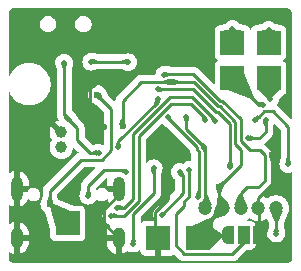
<source format=gbl>
G04 #@! TF.GenerationSoftware,KiCad,Pcbnew,8.0.5-8.0.5-0~ubuntu22.04.1*
G04 #@! TF.CreationDate,2024-09-19T17:40:33-07:00*
G04 #@! TF.ProjectId,uSlime,75536c69-6d65-42e6-9b69-6361645f7063,rev?*
G04 #@! TF.SameCoordinates,Original*
G04 #@! TF.FileFunction,Copper,L2,Bot*
G04 #@! TF.FilePolarity,Positive*
%FSLAX46Y46*%
G04 Gerber Fmt 4.6, Leading zero omitted, Abs format (unit mm)*
G04 Created by KiCad (PCBNEW 8.0.5-8.0.5-0~ubuntu22.04.1) date 2024-09-19 17:40:33*
%MOMM*%
%LPD*%
G01*
G04 APERTURE LIST*
G04 Aperture macros list*
%AMFreePoly0*
4,1,19,0.550000,-0.750000,0.000000,-0.750000,0.000000,-0.744911,-0.071157,-0.744911,-0.207708,-0.704816,-0.327430,-0.627875,-0.420627,-0.520320,-0.479746,-0.390866,-0.500000,-0.250000,-0.500000,0.250000,-0.479746,0.390866,-0.420627,0.520320,-0.327430,0.627875,-0.207708,0.704816,-0.071157,0.744911,0.000000,0.744911,0.000000,0.750000,0.550000,0.750000,0.550000,-0.750000,0.550000,-0.750000,
$1*%
%AMFreePoly1*
4,1,19,0.000000,0.744911,0.071157,0.744911,0.207708,0.704816,0.327430,0.627875,0.420627,0.520320,0.479746,0.390866,0.500000,0.250000,0.500000,-0.250000,0.479746,-0.390866,0.420627,-0.520320,0.327430,-0.627875,0.207708,-0.704816,0.071157,-0.744911,0.000000,-0.744911,0.000000,-0.750000,-0.550000,-0.750000,-0.550000,0.750000,0.000000,0.750000,0.000000,0.744911,0.000000,0.744911,
$1*%
G04 Aperture macros list end*
G04 #@! TA.AperFunction,ComponentPad*
%ADD10C,1.200000*%
G04 #@! TD*
G04 #@! TA.AperFunction,ComponentPad*
%ADD11O,1.000000X2.100000*%
G04 #@! TD*
G04 #@! TA.AperFunction,ComponentPad*
%ADD12O,1.000000X1.800000*%
G04 #@! TD*
G04 #@! TA.AperFunction,ComponentPad*
%ADD13C,1.000000*%
G04 #@! TD*
G04 #@! TA.AperFunction,SMDPad,CuDef*
%ADD14R,2.000000X2.000000*%
G04 #@! TD*
G04 #@! TA.AperFunction,SMDPad,CuDef*
%ADD15FreePoly0,0.000000*%
G04 #@! TD*
G04 #@! TA.AperFunction,SMDPad,CuDef*
%ADD16R,1.000000X1.500000*%
G04 #@! TD*
G04 #@! TA.AperFunction,SMDPad,CuDef*
%ADD17FreePoly1,0.000000*%
G04 #@! TD*
G04 #@! TA.AperFunction,ViaPad*
%ADD18C,0.600000*%
G04 #@! TD*
G04 #@! TA.AperFunction,ViaPad*
%ADD19C,0.500000*%
G04 #@! TD*
G04 #@! TA.AperFunction,Conductor*
%ADD20C,0.254000*%
G04 #@! TD*
G04 APERTURE END LIST*
D10*
X117795000Y-106800000D03*
X119295000Y-106800000D03*
X120795000Y-106800000D03*
X122295000Y-106800000D03*
X123795000Y-106800000D03*
D11*
X101830000Y-105145000D03*
D12*
X101830000Y-109325000D03*
D11*
X110470000Y-105145000D03*
D12*
X110470000Y-109325000D03*
D13*
X105619000Y-100375000D03*
X105619000Y-101625000D03*
D14*
X113800000Y-109350000D03*
X117200000Y-109350000D03*
X120100000Y-95800000D03*
X123150000Y-92800000D03*
X106150000Y-108100000D03*
X123150000Y-95800000D03*
D15*
X119750000Y-109107500D03*
D16*
X121050000Y-109107500D03*
D17*
X122350000Y-109107500D03*
D14*
X120100000Y-92800000D03*
D18*
X114650000Y-103650000D03*
X109223000Y-99950000D03*
X108400000Y-96250000D03*
X123464941Y-102261223D03*
X115000000Y-91950000D03*
D19*
X113800000Y-96750000D03*
X119900000Y-103283998D03*
X122899255Y-99315257D03*
X121454947Y-100875981D03*
D18*
X108650000Y-97200000D03*
X104650000Y-106450000D03*
D19*
X124824631Y-103052239D03*
X122023000Y-99378037D03*
X122658000Y-98040369D03*
X123300000Y-97550000D03*
X110350000Y-106750000D03*
X118600000Y-99400000D03*
X109850000Y-107450003D03*
X117800000Y-99350000D03*
X117218000Y-105850000D03*
X114604027Y-99054027D03*
X113436368Y-103426060D03*
X111700000Y-109800000D03*
X123150000Y-91700000D03*
X123800000Y-108950000D03*
X120100000Y-91600000D03*
X116200000Y-99114218D03*
X117673000Y-101600000D03*
X116444012Y-103580070D03*
D18*
X119000000Y-105000000D03*
X117200000Y-109527000D03*
X110800000Y-99850000D03*
X114900000Y-96123000D03*
D19*
X114323000Y-95500000D03*
X113766999Y-97550000D03*
X110446328Y-101650000D03*
X107900000Y-105750000D03*
X111123000Y-103700000D03*
X111250000Y-94450000D03*
X108150000Y-94400000D03*
X105850000Y-94500000D03*
X108760000Y-102123000D03*
X106175000Y-99225000D03*
X115650000Y-103750000D03*
X114111686Y-107340820D03*
D20*
X114650000Y-105986504D02*
X113534686Y-107101818D01*
X110470000Y-105145000D02*
X110470000Y-105695000D01*
X123464941Y-102261223D02*
X123464941Y-104735059D01*
X122350000Y-106855000D02*
X122295000Y-106800000D01*
X113534686Y-109084686D02*
X113800000Y-109350000D01*
X114650000Y-103650000D02*
X114650000Y-105986504D01*
X108023000Y-98750000D02*
X108023000Y-96627000D01*
X122295000Y-105905000D02*
X122295000Y-106800000D01*
X122350000Y-109107500D02*
X122350000Y-106855000D01*
X109250000Y-106915000D02*
X109250000Y-108105000D01*
X110470000Y-105695000D02*
X109250000Y-106915000D01*
X123464941Y-104735059D02*
X122295000Y-105905000D01*
X109223000Y-99950000D02*
X108023000Y-98750000D01*
X109250000Y-108105000D02*
X110470000Y-109325000D01*
X113534686Y-107101818D02*
X113534686Y-109084686D01*
X108023000Y-96627000D02*
X108400000Y-96250000D01*
X119900000Y-101534106D02*
X119887000Y-101521106D01*
X119900000Y-103283998D02*
X119900000Y-101534106D01*
X119887000Y-101521106D02*
X119887000Y-99670998D01*
X116792052Y-96750000D02*
X113800000Y-96750000D01*
X118665052Y-98623000D02*
X116792052Y-96750000D01*
X118839002Y-98623000D02*
X118665052Y-98623000D01*
X119887000Y-99670998D02*
X118839002Y-98623000D01*
X122899255Y-100350745D02*
X122374019Y-100875981D01*
X122899255Y-99315257D02*
X122899255Y-100350745D01*
X122374019Y-100875981D02*
X121454947Y-100875981D01*
X106150000Y-107950000D02*
X106150000Y-108100000D01*
X104650000Y-105350000D02*
X104650000Y-106450000D01*
X109026002Y-102700000D02*
X107300000Y-102700000D01*
X109850000Y-98400000D02*
X109850000Y-101876002D01*
X107300000Y-102700000D02*
X104650000Y-105350000D01*
X104650000Y-106450000D02*
X106150000Y-107950000D01*
X109850000Y-101876002D02*
X109026002Y-102700000D01*
X108650000Y-97200000D02*
X109850000Y-98400000D01*
X122322255Y-99076255D02*
X122798510Y-98600000D01*
X122322255Y-99078782D02*
X122322255Y-99076255D01*
X123500000Y-98600000D02*
X124800000Y-99900000D01*
X122023000Y-99378037D02*
X122322255Y-99078782D01*
X122798510Y-98600000D02*
X123500000Y-98600000D01*
X124800000Y-99900000D02*
X124800000Y-103050000D01*
X120100000Y-95800000D02*
X122340369Y-98040369D01*
X122340369Y-98040369D02*
X122658000Y-98040369D01*
X123150000Y-95800000D02*
X123150000Y-97400000D01*
X123150000Y-97400000D02*
X123300000Y-97550000D01*
X110350000Y-106750000D02*
X110950000Y-106750000D01*
X114800000Y-97400000D02*
X116692052Y-97400000D01*
X116692052Y-97400000D02*
X118600000Y-99307948D01*
X111700000Y-106000000D02*
X111700000Y-100500000D01*
X110950000Y-106750000D02*
X111700000Y-106000000D01*
X111700000Y-100500000D02*
X114800000Y-97400000D01*
X118600000Y-99307948D02*
X118600000Y-99400000D01*
X117800000Y-99150000D02*
X116600000Y-97950000D01*
X116600000Y-97950000D02*
X114892052Y-97950000D01*
X109850000Y-107450003D02*
X110892050Y-107450003D01*
X112154000Y-100688052D02*
X112154000Y-106188053D01*
X112154000Y-106188053D02*
X110892050Y-107450003D01*
X114892052Y-97950000D02*
X112154000Y-100688052D01*
X117096000Y-101839002D02*
X117096000Y-101665052D01*
X117250000Y-105818000D02*
X117250000Y-101993002D01*
X117250000Y-101993002D02*
X117096000Y-101839002D01*
X117218000Y-105850000D02*
X117250000Y-105818000D01*
X114604027Y-99173079D02*
X114604027Y-99054027D01*
X117096000Y-101665052D02*
X114604027Y-99173079D01*
X111700000Y-107284105D02*
X111700000Y-109800000D01*
X113436368Y-105547737D02*
X111700000Y-107284105D01*
X113436368Y-103426060D02*
X113436368Y-105547737D01*
X123800000Y-106805000D02*
X123795000Y-106800000D01*
X123150000Y-91700000D02*
X123150000Y-92800000D01*
X123800000Y-108950000D02*
X123800000Y-106805000D01*
X117673000Y-101600000D02*
X116200000Y-100127000D01*
X116200000Y-100127000D02*
X116200000Y-99114218D01*
X117795000Y-101722000D02*
X117795000Y-106800000D01*
X117673000Y-101600000D02*
X117795000Y-101722000D01*
X120100000Y-91600000D02*
X120100000Y-92800000D01*
X121050000Y-109700000D02*
X120073000Y-110677000D01*
X120073000Y-110677000D02*
X116027000Y-110677000D01*
X116000000Y-106600000D02*
X116000000Y-106246000D01*
X115300000Y-107300000D02*
X116000000Y-106600000D01*
X115300000Y-109950000D02*
X115300000Y-107300000D01*
X116444012Y-105801988D02*
X116444012Y-103580070D01*
X116027000Y-110677000D02*
X115300000Y-109950000D01*
X121050000Y-109107500D02*
X121050000Y-109700000D01*
X116000000Y-106246000D02*
X116444012Y-105801988D01*
X117442500Y-109107500D02*
X117200000Y-109350000D01*
X119000000Y-105000000D02*
X120850000Y-103150000D01*
X117200000Y-108895000D02*
X119295000Y-106800000D01*
X120850000Y-103150000D02*
X120850000Y-101842053D01*
X114900000Y-96123000D02*
X112392947Y-96123000D01*
X112392947Y-96123000D02*
X110800000Y-97715947D01*
X119750000Y-109107500D02*
X117442500Y-109107500D01*
X119027055Y-98169000D02*
X118853104Y-98169000D01*
X120341000Y-99482945D02*
X119027055Y-98169000D01*
X116807104Y-96123000D02*
X114900000Y-96123000D01*
X119000000Y-105000000D02*
X119000000Y-106505000D01*
X117200000Y-109350000D02*
X117200000Y-108895000D01*
X118853104Y-98169000D02*
X116807104Y-96123000D01*
X110800000Y-97715947D02*
X110800000Y-99850000D01*
X119000000Y-106505000D02*
X119295000Y-106800000D01*
X120341000Y-101333053D02*
X120341000Y-99482945D01*
X120850000Y-101842053D02*
X120341000Y-101333053D01*
X120795000Y-106800000D02*
X120800000Y-106795000D01*
X122400000Y-101900000D02*
X122837941Y-102337941D01*
X119215107Y-97715000D02*
X120795000Y-99294892D01*
X122837941Y-102337941D02*
X122837941Y-104462059D01*
X121550000Y-101900000D02*
X122400000Y-101900000D01*
X116776156Y-95450000D02*
X119041156Y-97715000D01*
X119041156Y-97715000D02*
X119215107Y-97715000D01*
X121350000Y-105000000D02*
X120795000Y-105555000D01*
X122837941Y-104462059D02*
X122300000Y-105000000D01*
X114373000Y-95450000D02*
X116776156Y-95450000D01*
X120795000Y-105555000D02*
X120795000Y-106800000D01*
X122300000Y-105000000D02*
X121350000Y-105000000D01*
X114323000Y-95500000D02*
X114373000Y-95450000D01*
X120795000Y-99294892D02*
X120795000Y-101145000D01*
X120795000Y-101145000D02*
X121550000Y-101900000D01*
X120800000Y-106795000D02*
X120800000Y-105600000D01*
X110446328Y-101111620D02*
X113766999Y-97790949D01*
X113766999Y-97790949D02*
X113766999Y-97550000D01*
X110446328Y-101650000D02*
X110446328Y-101111620D01*
X109200000Y-103600000D02*
X111023000Y-103600000D01*
X107900000Y-104900000D02*
X109200000Y-103600000D01*
X111023000Y-103600000D02*
X111123000Y-103700000D01*
X107900000Y-105750000D02*
X107900000Y-104900000D01*
X108150000Y-94400000D02*
X111200000Y-94400000D01*
X111200000Y-94400000D02*
X111250000Y-94450000D01*
X106175000Y-99225000D02*
X106950000Y-100000000D01*
X106175000Y-99225000D02*
X105850000Y-98900000D01*
X105850000Y-98900000D02*
X105850000Y-94500000D01*
X106950000Y-101050000D02*
X108023000Y-102123000D01*
X106950000Y-100000000D02*
X106950000Y-101050000D01*
X108023000Y-102123000D02*
X108760000Y-102123000D01*
X115900000Y-105552506D02*
X114111686Y-107340820D01*
X115650000Y-103750000D02*
X115900000Y-104000000D01*
X115900000Y-104000000D02*
X115900000Y-105552506D01*
G04 #@! TA.AperFunction,Conductor*
G36*
X124573644Y-89857584D02*
G01*
X124573980Y-89857607D01*
X124577000Y-89857607D01*
X124577004Y-89857608D01*
X124640144Y-89857607D01*
X124645630Y-89857914D01*
X124748562Y-89869512D01*
X124759257Y-89871953D01*
X124854407Y-89905247D01*
X124864292Y-89910007D01*
X124943020Y-89959475D01*
X124949654Y-89963643D01*
X124958233Y-89970485D01*
X125029514Y-90041766D01*
X125036356Y-90050345D01*
X125089992Y-90135707D01*
X125094752Y-90145593D01*
X125128045Y-90240741D01*
X125130487Y-90251438D01*
X125142084Y-90354368D01*
X125142392Y-90359854D01*
X125142392Y-90425963D01*
X125142416Y-90426334D01*
X125145458Y-99239726D01*
X125131118Y-99274379D01*
X125096475Y-99288743D01*
X125061822Y-99274403D01*
X123900004Y-98112585D01*
X123888971Y-98105214D01*
X123868134Y-98074032D01*
X123875449Y-98037250D01*
X123881541Y-98029825D01*
X123890477Y-98020890D01*
X123980456Y-97877690D01*
X124036313Y-97718059D01*
X124052884Y-97570981D01*
X124069446Y-97539472D01*
X124434652Y-97222310D01*
X124471955Y-97189914D01*
X124471959Y-97189909D01*
X124471979Y-97189893D01*
X124485456Y-97177758D01*
X124486057Y-97177197D01*
X124493966Y-97168690D01*
X124500482Y-97162832D01*
X124507546Y-97157546D01*
X124519277Y-97141874D01*
X124522603Y-97137892D01*
X124534719Y-97124863D01*
X124543733Y-97109669D01*
X124546619Y-97105349D01*
X124593796Y-97042331D01*
X124644091Y-96907483D01*
X124644091Y-96907481D01*
X124644092Y-96907479D01*
X124649323Y-96858816D01*
X124650500Y-96847873D01*
X124650499Y-94752128D01*
X124650499Y-94752127D01*
X124650499Y-94752120D01*
X124644092Y-94692521D01*
X124640062Y-94681716D01*
X124593796Y-94557669D01*
X124507546Y-94442454D01*
X124449938Y-94399329D01*
X124392332Y-94356204D01*
X124392330Y-94356203D01*
X124364731Y-94345909D01*
X124337284Y-94320354D01*
X124335946Y-94282874D01*
X124361501Y-94255427D01*
X124364709Y-94254098D01*
X124392331Y-94243796D01*
X124507546Y-94157546D01*
X124593796Y-94042331D01*
X124644091Y-93907483D01*
X124644091Y-93907481D01*
X124644092Y-93907479D01*
X124649247Y-93859523D01*
X124650500Y-93847873D01*
X124650499Y-91752128D01*
X124650499Y-91752127D01*
X124650499Y-91752120D01*
X124644092Y-91692521D01*
X124644091Y-91692517D01*
X124593796Y-91557669D01*
X124507546Y-91442454D01*
X124438314Y-91390627D01*
X124392333Y-91356205D01*
X124392331Y-91356204D01*
X124257483Y-91305909D01*
X124205960Y-91300369D01*
X124198754Y-91299043D01*
X124183462Y-91295027D01*
X124183456Y-91295026D01*
X123773906Y-91248113D01*
X123742667Y-91230811D01*
X123742423Y-91231056D01*
X123741570Y-91230203D01*
X123741174Y-91229984D01*
X123740476Y-91229109D01*
X123620891Y-91109524D01*
X123620887Y-91109521D01*
X123587056Y-91088263D01*
X123477690Y-91019544D01*
X123318059Y-90963687D01*
X123318055Y-90963686D01*
X123318053Y-90963686D01*
X123150000Y-90944751D01*
X122981946Y-90963686D01*
X122981937Y-90963688D01*
X122822310Y-91019544D01*
X122822308Y-91019545D01*
X122679112Y-91109521D01*
X122679108Y-91109524D01*
X122559519Y-91229112D01*
X122558817Y-91229993D01*
X122558418Y-91230213D01*
X122557577Y-91231055D01*
X122557335Y-91230813D01*
X122526092Y-91248113D01*
X122158801Y-91290185D01*
X122125520Y-91293998D01*
X122116519Y-91295029D01*
X122091533Y-91298525D01*
X122086107Y-91300244D01*
X122076552Y-91302249D01*
X122042520Y-91305907D01*
X121907666Y-91356205D01*
X121792454Y-91442454D01*
X121706204Y-91557667D01*
X121706202Y-91557671D01*
X121670909Y-91652295D01*
X121645354Y-91679743D01*
X121607875Y-91681081D01*
X121580427Y-91655526D01*
X121579096Y-91652313D01*
X121543796Y-91557669D01*
X121457546Y-91442454D01*
X121388314Y-91390627D01*
X121342333Y-91356205D01*
X121342331Y-91356204D01*
X121207483Y-91305909D01*
X121207484Y-91305909D01*
X121206563Y-91305810D01*
X121204885Y-91305629D01*
X121193969Y-91302986D01*
X121193948Y-91303055D01*
X121192783Y-91302698D01*
X121192507Y-91302632D01*
X121192286Y-91302547D01*
X121192278Y-91302544D01*
X120753157Y-91201943D01*
X120722611Y-91180250D01*
X120690477Y-91129110D01*
X120570890Y-91009523D01*
X120427690Y-90919544D01*
X120268059Y-90863687D01*
X120268055Y-90863686D01*
X120268053Y-90863686D01*
X120100000Y-90844751D01*
X119931946Y-90863686D01*
X119931937Y-90863688D01*
X119772310Y-90919544D01*
X119772308Y-90919545D01*
X119629112Y-91009521D01*
X119629108Y-91009524D01*
X119509524Y-91129108D01*
X119509521Y-91129112D01*
X119477389Y-91180250D01*
X119446842Y-91201943D01*
X119007716Y-91302545D01*
X119007342Y-91302688D01*
X119006882Y-91302798D01*
X119006082Y-91303042D01*
X119006067Y-91302994D01*
X118995112Y-91305629D01*
X118992519Y-91305908D01*
X118857666Y-91356205D01*
X118742454Y-91442454D01*
X118656205Y-91557666D01*
X118605907Y-91692520D01*
X118599500Y-91752120D01*
X118599500Y-93847879D01*
X118605907Y-93907478D01*
X118610673Y-93920256D01*
X118656204Y-94042331D01*
X118742454Y-94157546D01*
X118857669Y-94243796D01*
X118885267Y-94254089D01*
X118912715Y-94279645D01*
X118914054Y-94317124D01*
X118888498Y-94344572D01*
X118885276Y-94345907D01*
X118864274Y-94353740D01*
X118857666Y-94356205D01*
X118742454Y-94442454D01*
X118656205Y-94557666D01*
X118605907Y-94692520D01*
X118599500Y-94752120D01*
X118599500Y-96267629D01*
X118585148Y-96302277D01*
X118550500Y-96316629D01*
X118515852Y-96302277D01*
X117176163Y-94962588D01*
X117166427Y-94956083D01*
X117147465Y-94943413D01*
X117073389Y-94893917D01*
X117073386Y-94893915D01*
X117073385Y-94893915D01*
X117039940Y-94880062D01*
X116959194Y-94846615D01*
X116959188Y-94846613D01*
X116910298Y-94836888D01*
X116837959Y-94822500D01*
X116837956Y-94822500D01*
X114887300Y-94822500D01*
X114879315Y-94821620D01*
X114879290Y-94821789D01*
X114877559Y-94821531D01*
X114793503Y-94809009D01*
X114496317Y-94764739D01*
X114492645Y-94764048D01*
X114491065Y-94763687D01*
X114484491Y-94762947D01*
X114482758Y-94762720D01*
X114410859Y-94752009D01*
X114408642Y-94751759D01*
X114374694Y-94747945D01*
X114374684Y-94747944D01*
X114374682Y-94747944D01*
X114373016Y-94747817D01*
X114355765Y-94748052D01*
X114349615Y-94747749D01*
X114323000Y-94744751D01*
X114287559Y-94748743D01*
X114282758Y-94749046D01*
X114282663Y-94749047D01*
X114280753Y-94749296D01*
X114277614Y-94749863D01*
X114154946Y-94763686D01*
X114154937Y-94763688D01*
X113995310Y-94819544D01*
X113995308Y-94819545D01*
X113852112Y-94909521D01*
X113852108Y-94909524D01*
X113732524Y-95029108D01*
X113732521Y-95029112D01*
X113642545Y-95172308D01*
X113642544Y-95172310D01*
X113586688Y-95331937D01*
X113586686Y-95331946D01*
X113573161Y-95451986D01*
X113555020Y-95484810D01*
X113524469Y-95495500D01*
X112331140Y-95495500D01*
X112209919Y-95519613D01*
X112209910Y-95519615D01*
X112095717Y-95566915D01*
X111992939Y-95635588D01*
X110312588Y-97315939D01*
X110243916Y-97418715D01*
X110236178Y-97437398D01*
X110196615Y-97532908D01*
X110196611Y-97532923D01*
X110176764Y-97632700D01*
X110176765Y-97632701D01*
X110172500Y-97654145D01*
X110172500Y-97716785D01*
X110158148Y-97751433D01*
X110123500Y-97765785D01*
X110088852Y-97751433D01*
X109588683Y-97251264D01*
X109579988Y-97239471D01*
X109379307Y-96858895D01*
X109376401Y-96852227D01*
X109376398Y-96852220D01*
X109375789Y-96850478D01*
X109375787Y-96850475D01*
X109375787Y-96850474D01*
X109279817Y-96697740D01*
X109279816Y-96697738D01*
X109152262Y-96570184D01*
X109152259Y-96570182D01*
X108999526Y-96474212D01*
X108829258Y-96414633D01*
X108829257Y-96414632D01*
X108829255Y-96414632D01*
X108829251Y-96414631D01*
X108829249Y-96414631D01*
X108650000Y-96394435D01*
X108470750Y-96414631D01*
X108470741Y-96414633D01*
X108300473Y-96474212D01*
X108147740Y-96570182D01*
X108147736Y-96570185D01*
X108020185Y-96697736D01*
X108020182Y-96697740D01*
X107924212Y-96850473D01*
X107864633Y-97020741D01*
X107864631Y-97020750D01*
X107844435Y-97200000D01*
X107864631Y-97379249D01*
X107864633Y-97379258D01*
X107924212Y-97549526D01*
X108020182Y-97702259D01*
X108020185Y-97702263D01*
X108147739Y-97829817D01*
X108156117Y-97835081D01*
X108300478Y-97925789D01*
X108302222Y-97926399D01*
X108308891Y-97929305D01*
X108689471Y-98129988D01*
X108701264Y-98138683D01*
X109208148Y-98645567D01*
X109222500Y-98680215D01*
X109222500Y-101438591D01*
X109208148Y-101473239D01*
X109173500Y-101487591D01*
X109147431Y-101480081D01*
X109087693Y-101442545D01*
X108928062Y-101386688D01*
X108928061Y-101386687D01*
X108928059Y-101386687D01*
X108928055Y-101386686D01*
X108928053Y-101386686D01*
X108760000Y-101367751D01*
X108591946Y-101386686D01*
X108591942Y-101386686D01*
X108591941Y-101386687D01*
X108591938Y-101386687D01*
X108591938Y-101386688D01*
X108549969Y-101401372D01*
X108539118Y-101403830D01*
X108528641Y-101404976D01*
X108528629Y-101404978D01*
X108288251Y-101466789D01*
X108251120Y-101461518D01*
X108241400Y-101453981D01*
X107591852Y-100804433D01*
X107577500Y-100769785D01*
X107577500Y-99938197D01*
X107574356Y-99922392D01*
X107569634Y-99898654D01*
X107554167Y-99820891D01*
X107553386Y-99816966D01*
X107552769Y-99815477D01*
X107511964Y-99716965D01*
X107506083Y-99702768D01*
X107506083Y-99702767D01*
X107437411Y-99599992D01*
X107350008Y-99512589D01*
X107035614Y-99198195D01*
X107028081Y-99188482D01*
X106846316Y-98880878D01*
X106846315Y-98880877D01*
X106846290Y-98880834D01*
X106837122Y-98865918D01*
X106837116Y-98865910D01*
X106834391Y-98862748D01*
X106830026Y-98856838D01*
X106765477Y-98754110D01*
X106645890Y-98634523D01*
X106615770Y-98615597D01*
X106500430Y-98543123D01*
X106478728Y-98512537D01*
X106477500Y-98501634D01*
X106477500Y-95089595D01*
X106479044Y-95077392D01*
X106488537Y-95040475D01*
X106568023Y-94731360D01*
X106572093Y-94714310D01*
X106572142Y-94713640D01*
X106572356Y-94712611D01*
X106572394Y-94712373D01*
X106572406Y-94712374D01*
X106574756Y-94701082D01*
X106586313Y-94668059D01*
X106605249Y-94500000D01*
X106593982Y-94400000D01*
X107394751Y-94400000D01*
X107412516Y-94557671D01*
X107413687Y-94568059D01*
X107469544Y-94727690D01*
X107559523Y-94870890D01*
X107679110Y-94990477D01*
X107822310Y-95080456D01*
X107981941Y-95136313D01*
X108150000Y-95155249D01*
X108318059Y-95136313D01*
X108360031Y-95121625D01*
X108370887Y-95119167D01*
X108381360Y-95118023D01*
X108727393Y-95029043D01*
X108739596Y-95027500D01*
X110642738Y-95027500D01*
X110660557Y-95030854D01*
X110959852Y-95147702D01*
X110959867Y-95147707D01*
X110959872Y-95147709D01*
X111005349Y-95163018D01*
X111005350Y-95163018D01*
X111005353Y-95163019D01*
X111016757Y-95164560D01*
X111026369Y-95166867D01*
X111081941Y-95186313D01*
X111250000Y-95205249D01*
X111418059Y-95186313D01*
X111577690Y-95130456D01*
X111720890Y-95040477D01*
X111840477Y-94920890D01*
X111930456Y-94777690D01*
X111986313Y-94618059D01*
X112005249Y-94450000D01*
X111986313Y-94281941D01*
X111930456Y-94122310D01*
X111840477Y-93979110D01*
X111720890Y-93859523D01*
X111577690Y-93769544D01*
X111434797Y-93719544D01*
X111418062Y-93713688D01*
X111418061Y-93713687D01*
X111418059Y-93713687D01*
X111418055Y-93713686D01*
X111418053Y-93713686D01*
X111250000Y-93694751D01*
X111189303Y-93701589D01*
X111184068Y-93701896D01*
X111162151Y-93702008D01*
X111162147Y-93702008D01*
X111090245Y-93712719D01*
X111088517Y-93712945D01*
X111081939Y-93713686D01*
X111080350Y-93714049D01*
X111076683Y-93714739D01*
X110695445Y-93771530D01*
X110694292Y-93771721D01*
X110693583Y-93771839D01*
X110685564Y-93772500D01*
X108739595Y-93772500D01*
X108727392Y-93770956D01*
X108381399Y-93681986D01*
X108364307Y-93677905D01*
X108364299Y-93677904D01*
X108363619Y-93677854D01*
X108362575Y-93677636D01*
X108362373Y-93677605D01*
X108362374Y-93677594D01*
X108351081Y-93675241D01*
X108318060Y-93663687D01*
X108318053Y-93663686D01*
X108150000Y-93644751D01*
X107981946Y-93663686D01*
X107981937Y-93663688D01*
X107822310Y-93719544D01*
X107822308Y-93719545D01*
X107679112Y-93809521D01*
X107679108Y-93809524D01*
X107559524Y-93929108D01*
X107559521Y-93929112D01*
X107469545Y-94072308D01*
X107469544Y-94072310D01*
X107413688Y-94231937D01*
X107413686Y-94231946D01*
X107394751Y-94400000D01*
X106593982Y-94400000D01*
X106586313Y-94331941D01*
X106530456Y-94172310D01*
X106440477Y-94029110D01*
X106320890Y-93909523D01*
X106317643Y-93907483D01*
X106241316Y-93859523D01*
X106177690Y-93819544D01*
X106018059Y-93763687D01*
X106018055Y-93763686D01*
X106018053Y-93763686D01*
X105850000Y-93744751D01*
X105681946Y-93763686D01*
X105681937Y-93763688D01*
X105522310Y-93819544D01*
X105522308Y-93819545D01*
X105379112Y-93909521D01*
X105379108Y-93909524D01*
X105259524Y-94029108D01*
X105259521Y-94029112D01*
X105169545Y-94172308D01*
X105169544Y-94172310D01*
X105113688Y-94331937D01*
X105113686Y-94331946D01*
X105094751Y-94500000D01*
X105113686Y-94668053D01*
X105113687Y-94668061D01*
X105128373Y-94710033D01*
X105130831Y-94720887D01*
X105131976Y-94731354D01*
X105131978Y-94731369D01*
X105220956Y-95077390D01*
X105222500Y-95089593D01*
X105222500Y-98838197D01*
X105222500Y-98961803D01*
X105229632Y-98997659D01*
X105246613Y-99083032D01*
X105246615Y-99083038D01*
X105276570Y-99155353D01*
X105276570Y-99155354D01*
X105288735Y-99184723D01*
X105293917Y-99197233D01*
X105294560Y-99198195D01*
X105335382Y-99259290D01*
X105362586Y-99300005D01*
X105377700Y-99315119D01*
X105387238Y-99328586D01*
X105392569Y-99339707D01*
X105394604Y-99377155D01*
X105369564Y-99405074D01*
X105362607Y-99407778D01*
X105234463Y-99446650D01*
X105110476Y-99512922D01*
X105110475Y-99512923D01*
X105677697Y-100080144D01*
X105658496Y-100075000D01*
X105579504Y-100075000D01*
X105503204Y-100095444D01*
X105434795Y-100134940D01*
X105378940Y-100190795D01*
X105339444Y-100259204D01*
X105319000Y-100335504D01*
X105319000Y-100414496D01*
X105324144Y-100433697D01*
X104756923Y-99866475D01*
X104756922Y-99866476D01*
X104690654Y-99990456D01*
X104690649Y-99990468D01*
X104633470Y-100178961D01*
X104633468Y-100178969D01*
X104614161Y-100374999D01*
X104633468Y-100571030D01*
X104633470Y-100571038D01*
X104690649Y-100759531D01*
X104690654Y-100759543D01*
X104783506Y-100933258D01*
X104783511Y-100933265D01*
X104812445Y-100968520D01*
X104823332Y-101004408D01*
X104812446Y-101030691D01*
X104783091Y-101066460D01*
X104690185Y-101240273D01*
X104632976Y-101428866D01*
X104632976Y-101428867D01*
X104613659Y-101624999D01*
X104613659Y-101625000D01*
X104632976Y-101821132D01*
X104632976Y-101821133D01*
X104690185Y-102009726D01*
X104713205Y-102052793D01*
X104775235Y-102168843D01*
X104783092Y-102183541D01*
X104783094Y-102183544D01*
X104840031Y-102252921D01*
X104908117Y-102335883D01*
X104969565Y-102386312D01*
X105060455Y-102460905D01*
X105060458Y-102460907D01*
X105060462Y-102460910D01*
X105234273Y-102553814D01*
X105422868Y-102611024D01*
X105619000Y-102630341D01*
X105815132Y-102611024D01*
X106003727Y-102553814D01*
X106177538Y-102460910D01*
X106329883Y-102335883D01*
X106454910Y-102183538D01*
X106547814Y-102009727D01*
X106605024Y-101821132D01*
X106615373Y-101716047D01*
X106633051Y-101682975D01*
X106668940Y-101672088D01*
X106698785Y-101686204D01*
X107059616Y-102047035D01*
X107073968Y-102081683D01*
X107059616Y-102116331D01*
X107043720Y-102126953D01*
X107002769Y-102143916D01*
X107002767Y-102143917D01*
X106965463Y-102168843D01*
X106922974Y-102197233D01*
X106899992Y-102212588D01*
X104162588Y-104949992D01*
X104093916Y-105052768D01*
X104085661Y-105072699D01*
X104046615Y-105166961D01*
X104046611Y-105166976D01*
X104024068Y-105280303D01*
X104024069Y-105280304D01*
X104022500Y-105288191D01*
X104022500Y-105749996D01*
X104020309Y-105764483D01*
X103893078Y-106175575D01*
X103885068Y-106204472D01*
X103885067Y-106204474D01*
X103884566Y-106209576D01*
X103882052Y-106220957D01*
X103864632Y-106270745D01*
X103864632Y-106270746D01*
X103864631Y-106270750D01*
X103844435Y-106450000D01*
X103864631Y-106629249D01*
X103864633Y-106629258D01*
X103924212Y-106799526D01*
X104015461Y-106944745D01*
X104020184Y-106952262D01*
X104147738Y-107079816D01*
X104205316Y-107115995D01*
X104226205Y-107143492D01*
X104567033Y-108287539D01*
X104647460Y-108557506D01*
X104649500Y-108571496D01*
X104649500Y-109147879D01*
X104655907Y-109207478D01*
X104655909Y-109207483D01*
X104706204Y-109342331D01*
X104792454Y-109457546D01*
X104884934Y-109526776D01*
X104903236Y-109540478D01*
X104907669Y-109543796D01*
X105042517Y-109594091D01*
X105042520Y-109594092D01*
X105086177Y-109598785D01*
X105102127Y-109600500D01*
X107197872Y-109600499D01*
X107197878Y-109600499D01*
X107257478Y-109594092D01*
X107257479Y-109594091D01*
X107257483Y-109594091D01*
X107392331Y-109543796D01*
X107507546Y-109457546D01*
X107593796Y-109342331D01*
X107644091Y-109207483D01*
X107644091Y-109207481D01*
X107644092Y-109207479D01*
X107648040Y-109170750D01*
X107650500Y-109147873D01*
X107650499Y-107052128D01*
X107650499Y-107052120D01*
X107644092Y-106992521D01*
X107644091Y-106992517D01*
X107593796Y-106857669D01*
X107587583Y-106849370D01*
X107550267Y-106799522D01*
X107507546Y-106742454D01*
X107399812Y-106661804D01*
X107392333Y-106656205D01*
X107392331Y-106656204D01*
X107320061Y-106629249D01*
X107257479Y-106605907D01*
X107197879Y-106599500D01*
X107197873Y-106599500D01*
X106725125Y-106599500D01*
X106706944Y-106596002D01*
X106692495Y-106590229D01*
X105393666Y-106071272D01*
X105366817Y-106045090D01*
X105365046Y-106040280D01*
X105279689Y-105764479D01*
X105277500Y-105749998D01*
X105277500Y-105630215D01*
X105291852Y-105595567D01*
X107545567Y-103341852D01*
X107580215Y-103327500D01*
X108466785Y-103327500D01*
X108501433Y-103341852D01*
X108515785Y-103376500D01*
X108501433Y-103411148D01*
X107412588Y-104499992D01*
X107343644Y-104603175D01*
X107342995Y-104604990D01*
X107296616Y-104716957D01*
X107296613Y-104716967D01*
X107281308Y-104793917D01*
X107272500Y-104838199D01*
X107272500Y-105160405D01*
X107270956Y-105172608D01*
X107181986Y-105518599D01*
X107177905Y-105535691D01*
X107177904Y-105535698D01*
X107177854Y-105536380D01*
X107177636Y-105537423D01*
X107177605Y-105537626D01*
X107177594Y-105537624D01*
X107175241Y-105548916D01*
X107163688Y-105581935D01*
X107163686Y-105581946D01*
X107145869Y-105740081D01*
X107144751Y-105750000D01*
X107146383Y-105764483D01*
X107161742Y-105900802D01*
X107163687Y-105918059D01*
X107219544Y-106077690D01*
X107237027Y-106105514D01*
X107307819Y-106218179D01*
X107309523Y-106220890D01*
X107429110Y-106340477D01*
X107572310Y-106430456D01*
X107731941Y-106486313D01*
X107900000Y-106505249D01*
X108068059Y-106486313D01*
X108227690Y-106430456D01*
X108370890Y-106340477D01*
X108490477Y-106220890D01*
X108578003Y-106081593D01*
X108608586Y-106059895D01*
X108645560Y-106066176D01*
X108654138Y-106073018D01*
X108686635Y-106105515D01*
X108734666Y-106133246D01*
X108817862Y-106181280D01*
X108817864Y-106181280D01*
X108817865Y-106181281D01*
X108923465Y-106209576D01*
X108964230Y-106220499D01*
X108964231Y-106220500D01*
X108964234Y-106220500D01*
X109115769Y-106220500D01*
X109115769Y-106220499D01*
X109262135Y-106181281D01*
X109393365Y-106105515D01*
X109457677Y-106041202D01*
X109492324Y-106026851D01*
X109526972Y-106041203D01*
X109537594Y-106057100D01*
X109583809Y-106168674D01*
X109692483Y-106331318D01*
X109699799Y-106368101D01*
X109693231Y-106384609D01*
X109669548Y-106422301D01*
X109669543Y-106422312D01*
X109613688Y-106581937D01*
X109613686Y-106581946D01*
X109598878Y-106713366D01*
X109580737Y-106746189D01*
X109566371Y-106754128D01*
X109522310Y-106769547D01*
X109522308Y-106769547D01*
X109522308Y-106769548D01*
X109379112Y-106859524D01*
X109379108Y-106859527D01*
X109259524Y-106979111D01*
X109259521Y-106979115D01*
X109169545Y-107122311D01*
X109169544Y-107122313D01*
X109113688Y-107281940D01*
X109113686Y-107281949D01*
X109094751Y-107450003D01*
X109109422Y-107580215D01*
X109113687Y-107618062D01*
X109169544Y-107777693D01*
X109259523Y-107920893D01*
X109379110Y-108040480D01*
X109522310Y-108130459D01*
X109681941Y-108186316D01*
X109681951Y-108186317D01*
X109681953Y-108186318D01*
X109684628Y-108186929D01*
X109684452Y-108187698D01*
X109714780Y-108204449D01*
X109725171Y-108240483D01*
X109711127Y-108269657D01*
X109693250Y-108287534D01*
X109583809Y-108451325D01*
X109508429Y-108633309D01*
X109508429Y-108633310D01*
X109470000Y-108826512D01*
X109470000Y-109075000D01*
X110170000Y-109075000D01*
X110170000Y-109575000D01*
X109470000Y-109575000D01*
X109470000Y-109823487D01*
X109508429Y-110016689D01*
X109508429Y-110016690D01*
X109583809Y-110198674D01*
X109693246Y-110362460D01*
X109832539Y-110501753D01*
X109996325Y-110611190D01*
X110178310Y-110686570D01*
X110220000Y-110694862D01*
X110220000Y-109891988D01*
X110229940Y-109909205D01*
X110285795Y-109965060D01*
X110354204Y-110004556D01*
X110430504Y-110025000D01*
X110509496Y-110025000D01*
X110585796Y-110004556D01*
X110654205Y-109965060D01*
X110710060Y-109909205D01*
X110720000Y-109891988D01*
X110720000Y-110694862D01*
X110761689Y-110686570D01*
X110761690Y-110686570D01*
X110943674Y-110611190D01*
X111107460Y-110501753D01*
X111195108Y-110414105D01*
X111229756Y-110399753D01*
X111255826Y-110407264D01*
X111273811Y-110418564D01*
X111372310Y-110480456D01*
X111531941Y-110536313D01*
X111700000Y-110555249D01*
X111868059Y-110536313D01*
X112027690Y-110480456D01*
X112170890Y-110390477D01*
X112216352Y-110345015D01*
X112251000Y-110330663D01*
X112285648Y-110345015D01*
X112300000Y-110379663D01*
X112300000Y-110397834D01*
X112306401Y-110457372D01*
X112306401Y-110457373D01*
X112356648Y-110592091D01*
X112442811Y-110707188D01*
X112557908Y-110793351D01*
X112692626Y-110843598D01*
X112752166Y-110850000D01*
X113550000Y-110850000D01*
X113550000Y-109149000D01*
X113564352Y-109114352D01*
X113599000Y-109100000D01*
X114001000Y-109100000D01*
X114035648Y-109114352D01*
X114050000Y-109149000D01*
X114050000Y-110850000D01*
X114847834Y-110850000D01*
X114907372Y-110843598D01*
X114907373Y-110843598D01*
X115042091Y-110793351D01*
X115130393Y-110727247D01*
X115166730Y-110717972D01*
X115194406Y-110731825D01*
X115626992Y-111164411D01*
X115729767Y-111233083D01*
X115843965Y-111280385D01*
X115965197Y-111304500D01*
X120134800Y-111304500D01*
X120134803Y-111304500D01*
X120256035Y-111280386D01*
X120336782Y-111246938D01*
X120336783Y-111246938D01*
X120349139Y-111241819D01*
X120370233Y-111233083D01*
X120473008Y-111164411D01*
X120560411Y-111077008D01*
X121265067Y-110372350D01*
X121299715Y-110357999D01*
X121597878Y-110357999D01*
X121657478Y-110351592D01*
X121657479Y-110351591D01*
X121657483Y-110351591D01*
X121792331Y-110301296D01*
X121907546Y-110215046D01*
X121993796Y-110099831D01*
X122044091Y-109964983D01*
X122044091Y-109964981D01*
X122044092Y-109964979D01*
X122050499Y-109905379D01*
X122050500Y-109905373D01*
X122050499Y-108309628D01*
X122050499Y-108309620D01*
X122044092Y-108250021D01*
X122040535Y-108240483D01*
X121993796Y-108115169D01*
X121907546Y-107999954D01*
X121838314Y-107948127D01*
X121792333Y-107913705D01*
X121792331Y-107913704D01*
X121747381Y-107896939D01*
X121657479Y-107863407D01*
X121597879Y-107857000D01*
X121597873Y-107857000D01*
X121350592Y-107857000D01*
X121315944Y-107842648D01*
X121301592Y-107808000D01*
X121315944Y-107773352D01*
X121324793Y-107766341D01*
X121461041Y-107681981D01*
X121512364Y-107635193D01*
X121547632Y-107622459D01*
X121578381Y-107635196D01*
X121629257Y-107681576D01*
X121802590Y-107788900D01*
X121992674Y-107862538D01*
X122193072Y-107900000D01*
X122396928Y-107900000D01*
X122597325Y-107862538D01*
X122787409Y-107788900D01*
X122926523Y-107702765D01*
X122963537Y-107696728D01*
X122993979Y-107718631D01*
X122997069Y-107724468D01*
X123084671Y-107920893D01*
X123154515Y-108077503D01*
X123168251Y-108108301D01*
X123172500Y-108128259D01*
X123172500Y-108360405D01*
X123170956Y-108372608D01*
X123081986Y-108718599D01*
X123077905Y-108735691D01*
X123077904Y-108735698D01*
X123077854Y-108736380D01*
X123077636Y-108737423D01*
X123077605Y-108737626D01*
X123077594Y-108737624D01*
X123075241Y-108748916D01*
X123063688Y-108781935D01*
X123063687Y-108781941D01*
X123044751Y-108950000D01*
X123063687Y-109118059D01*
X123119544Y-109277690D01*
X123209523Y-109420890D01*
X123329110Y-109540477D01*
X123472310Y-109630456D01*
X123631941Y-109686313D01*
X123800000Y-109705249D01*
X123968059Y-109686313D01*
X124127690Y-109630456D01*
X124270890Y-109540477D01*
X124390477Y-109420890D01*
X124480456Y-109277690D01*
X124536313Y-109118059D01*
X124555249Y-108950000D01*
X124536313Y-108781941D01*
X124521625Y-108739968D01*
X124519166Y-108729107D01*
X124518022Y-108718640D01*
X124518021Y-108718638D01*
X124429044Y-108372610D01*
X124427500Y-108360407D01*
X124427500Y-108126022D01*
X124431578Y-108106451D01*
X124455960Y-108050487D01*
X124808006Y-107242413D01*
X124808009Y-107242403D01*
X124808053Y-107242305D01*
X124809836Y-107238157D01*
X124809873Y-107238071D01*
X124809949Y-107237892D01*
X124818264Y-107214707D01*
X124820525Y-107209406D01*
X124825579Y-107199256D01*
X124825578Y-107199256D01*
X124825582Y-107199250D01*
X124881397Y-107003083D01*
X124900215Y-106800000D01*
X124881397Y-106596917D01*
X124825582Y-106400750D01*
X124734673Y-106218179D01*
X124649593Y-106105515D01*
X124611766Y-106055423D01*
X124611763Y-106055420D01*
X124461045Y-105918022D01*
X124461042Y-105918020D01*
X124461041Y-105918019D01*
X124287637Y-105810652D01*
X124287634Y-105810651D01*
X124287633Y-105810650D01*
X124097462Y-105736978D01*
X124097460Y-105736977D01*
X124097456Y-105736976D01*
X123896976Y-105699500D01*
X123693024Y-105699500D01*
X123492544Y-105736976D01*
X123492540Y-105736977D01*
X123492537Y-105736978D01*
X123302366Y-105810650D01*
X123128954Y-105918022D01*
X123077637Y-105964802D01*
X123042363Y-105977538D01*
X123011616Y-105964801D01*
X122960742Y-105918423D01*
X122787409Y-105811099D01*
X122597325Y-105737461D01*
X122440594Y-105708162D01*
X122409173Y-105687687D01*
X122401432Y-105650992D01*
X122421907Y-105619571D01*
X122440035Y-105611938D01*
X122483035Y-105603386D01*
X122586441Y-105560553D01*
X122597233Y-105556083D01*
X122700008Y-105487411D01*
X122787411Y-105400008D01*
X122787410Y-105400008D01*
X123325352Y-104862068D01*
X123394024Y-104759292D01*
X123441326Y-104645094D01*
X123449304Y-104604990D01*
X123465440Y-104523866D01*
X123465441Y-104523863D01*
X123465441Y-102276138D01*
X123465440Y-102276134D01*
X123460823Y-102252921D01*
X123441326Y-102154906D01*
X123394024Y-102040708D01*
X123325352Y-101937933D01*
X123237949Y-101850530D01*
X122800008Y-101412589D01*
X122798306Y-101410887D01*
X122799004Y-101410188D01*
X122782829Y-101379924D01*
X122793716Y-101344036D01*
X122796945Y-101340474D01*
X123070959Y-101066460D01*
X123386666Y-100750753D01*
X123412819Y-100711612D01*
X123455338Y-100647978D01*
X123468475Y-100616263D01*
X123469242Y-100614412D01*
X123469242Y-100614411D01*
X123492109Y-100559205D01*
X123502641Y-100533780D01*
X123526755Y-100412548D01*
X123526755Y-100288942D01*
X123526755Y-99904852D01*
X123528299Y-99892649D01*
X123535029Y-99866476D01*
X123584013Y-99675980D01*
X123606541Y-99645999D01*
X123643672Y-99640728D01*
X123666117Y-99653536D01*
X124158148Y-100145567D01*
X124172500Y-100180215D01*
X124172500Y-102477413D01*
X124171561Y-102486962D01*
X124099864Y-102847825D01*
X124098992Y-102852214D01*
X124097182Y-102858848D01*
X124088318Y-102884181D01*
X124088317Y-102884184D01*
X124082884Y-102932393D01*
X124082257Y-102936432D01*
X124081590Y-102939792D01*
X124074418Y-102987876D01*
X124074197Y-102990086D01*
X124074196Y-102990095D01*
X124074222Y-103006449D01*
X124073914Y-103012009D01*
X124069616Y-103050159D01*
X124069382Y-103052239D01*
X124088318Y-103220298D01*
X124144175Y-103379929D01*
X124234154Y-103523129D01*
X124353741Y-103642716D01*
X124496941Y-103732695D01*
X124656572Y-103788552D01*
X124824631Y-103807488D01*
X124992690Y-103788552D01*
X125081850Y-103757353D01*
X125119292Y-103759455D01*
X125144282Y-103787419D01*
X125147032Y-103803586D01*
X125149499Y-110947237D01*
X125149191Y-110952741D01*
X125137593Y-111055666D01*
X125135151Y-111066362D01*
X125101858Y-111161512D01*
X125097097Y-111171399D01*
X125043461Y-111256759D01*
X125036620Y-111265337D01*
X124965337Y-111336620D01*
X124956759Y-111343461D01*
X124871399Y-111397097D01*
X124861512Y-111401858D01*
X124766362Y-111435151D01*
X124755666Y-111437593D01*
X124659877Y-111448386D01*
X124652732Y-111449192D01*
X124647247Y-111449500D01*
X101652753Y-111449500D01*
X101647267Y-111449192D01*
X101639061Y-111448267D01*
X101544333Y-111437593D01*
X101533637Y-111435151D01*
X101469221Y-111412612D01*
X101438484Y-111401856D01*
X101428603Y-111397098D01*
X101343240Y-111343461D01*
X101334662Y-111336620D01*
X101263379Y-111265337D01*
X101256538Y-111256759D01*
X101250367Y-111246938D01*
X101202899Y-111171393D01*
X101198144Y-111161519D01*
X101164847Y-111066361D01*
X101162406Y-111055665D01*
X101150808Y-110952733D01*
X101150500Y-110947247D01*
X101150500Y-110565335D01*
X101164852Y-110530687D01*
X101199500Y-110516335D01*
X101226723Y-110524593D01*
X101356325Y-110611190D01*
X101538310Y-110686570D01*
X101580000Y-110694862D01*
X101580000Y-109891988D01*
X101589940Y-109909205D01*
X101645795Y-109965060D01*
X101714204Y-110004556D01*
X101790504Y-110025000D01*
X101869496Y-110025000D01*
X101945796Y-110004556D01*
X102014205Y-109965060D01*
X102070060Y-109909205D01*
X102080000Y-109891988D01*
X102080000Y-110694862D01*
X102121689Y-110686570D01*
X102121690Y-110686570D01*
X102303674Y-110611190D01*
X102467460Y-110501753D01*
X102606753Y-110362460D01*
X102716190Y-110198674D01*
X102791570Y-110016690D01*
X102791570Y-110016689D01*
X102830000Y-109823487D01*
X102830000Y-109575000D01*
X102130000Y-109575000D01*
X102130000Y-109075000D01*
X102830000Y-109075000D01*
X102830000Y-108826512D01*
X102791570Y-108633310D01*
X102791570Y-108633309D01*
X102716190Y-108451325D01*
X102606753Y-108287539D01*
X102467460Y-108148246D01*
X102303674Y-108038809D01*
X102121691Y-107963429D01*
X102121682Y-107963426D01*
X102080000Y-107955135D01*
X102080000Y-108758011D01*
X102070060Y-108740795D01*
X102014205Y-108684940D01*
X101945796Y-108645444D01*
X101869496Y-108625000D01*
X101790504Y-108625000D01*
X101714204Y-108645444D01*
X101645795Y-108684940D01*
X101589940Y-108740795D01*
X101580000Y-108758011D01*
X101580000Y-107955135D01*
X101579999Y-107955135D01*
X101538317Y-107963426D01*
X101538308Y-107963429D01*
X101356325Y-108038809D01*
X101226723Y-108125406D01*
X101189940Y-108132722D01*
X101158758Y-108111887D01*
X101150500Y-108084664D01*
X101150500Y-106535335D01*
X101164852Y-106500687D01*
X101199500Y-106486335D01*
X101226723Y-106494593D01*
X101356325Y-106581190D01*
X101538310Y-106656570D01*
X101580000Y-106664862D01*
X101580000Y-105861988D01*
X101589940Y-105879205D01*
X101645795Y-105935060D01*
X101714204Y-105974556D01*
X101790504Y-105995000D01*
X101869496Y-105995000D01*
X101945796Y-105974556D01*
X102014205Y-105935060D01*
X102070060Y-105879205D01*
X102080000Y-105861988D01*
X102080000Y-106664862D01*
X102121689Y-106656570D01*
X102121690Y-106656570D01*
X102303674Y-106581190D01*
X102467460Y-106471753D01*
X102606753Y-106332460D01*
X102716190Y-106168674D01*
X102762405Y-106057101D01*
X102788923Y-106030582D01*
X102826426Y-106030582D01*
X102842323Y-106041204D01*
X102878809Y-106077689D01*
X102906635Y-106105515D01*
X102954666Y-106133246D01*
X103037862Y-106181280D01*
X103037864Y-106181280D01*
X103037865Y-106181281D01*
X103143465Y-106209576D01*
X103184230Y-106220499D01*
X103184231Y-106220500D01*
X103184234Y-106220500D01*
X103335769Y-106220500D01*
X103335769Y-106220499D01*
X103482135Y-106181281D01*
X103613365Y-106105515D01*
X103720515Y-105998365D01*
X103789489Y-105878899D01*
X103796280Y-105867137D01*
X103796280Y-105867136D01*
X103796281Y-105867135D01*
X103835499Y-105720769D01*
X103835500Y-105720769D01*
X103835500Y-105569231D01*
X103835499Y-105569230D01*
X103813576Y-105487411D01*
X103796281Y-105422865D01*
X103796280Y-105422864D01*
X103796280Y-105422862D01*
X103748246Y-105339666D01*
X103720515Y-105291635D01*
X103613365Y-105184485D01*
X103582398Y-105166606D01*
X103482137Y-105108719D01*
X103482133Y-105108718D01*
X103335769Y-105069500D01*
X103335766Y-105069500D01*
X103184234Y-105069500D01*
X103184231Y-105069500D01*
X103037866Y-105108718D01*
X103037862Y-105108719D01*
X102906634Y-105184485D01*
X102906634Y-105184486D01*
X102799486Y-105291634D01*
X102799485Y-105291634D01*
X102753952Y-105370500D01*
X102724199Y-105393330D01*
X102711517Y-105395000D01*
X102130000Y-105395000D01*
X102130000Y-104895000D01*
X102830000Y-104895000D01*
X102830000Y-104496512D01*
X102791570Y-104303310D01*
X102791570Y-104303309D01*
X102716190Y-104121325D01*
X102606753Y-103957539D01*
X102467460Y-103818246D01*
X102303674Y-103708809D01*
X102121691Y-103633429D01*
X102121682Y-103633426D01*
X102080000Y-103625135D01*
X102080000Y-104428011D01*
X102070060Y-104410795D01*
X102014205Y-104354940D01*
X101945796Y-104315444D01*
X101869496Y-104295000D01*
X101790504Y-104295000D01*
X101714204Y-104315444D01*
X101645795Y-104354940D01*
X101589940Y-104410795D01*
X101580000Y-104428011D01*
X101580000Y-103625135D01*
X101579999Y-103625135D01*
X101538317Y-103633426D01*
X101538308Y-103633429D01*
X101356325Y-103708809D01*
X101226723Y-103795406D01*
X101189940Y-103802722D01*
X101158758Y-103781887D01*
X101150500Y-103754664D01*
X101150500Y-97027605D01*
X101164852Y-96992957D01*
X101199500Y-96978605D01*
X101234148Y-96992957D01*
X101244770Y-97008854D01*
X101281715Y-97098047D01*
X101399725Y-97302447D01*
X101399735Y-97302462D01*
X101543403Y-97489693D01*
X101543413Y-97489705D01*
X101710294Y-97656586D01*
X101710306Y-97656596D01*
X101897537Y-97800264D01*
X101897546Y-97800270D01*
X101897550Y-97800273D01*
X102101951Y-97918284D01*
X102320007Y-98008606D01*
X102320010Y-98008606D01*
X102320013Y-98008608D01*
X102547974Y-98069690D01*
X102547975Y-98069690D01*
X102547986Y-98069693D01*
X102781989Y-98100500D01*
X102781993Y-98100500D01*
X103018007Y-98100500D01*
X103018011Y-98100500D01*
X103252014Y-98069693D01*
X103434149Y-98020890D01*
X103479986Y-98008608D01*
X103479986Y-98008607D01*
X103479993Y-98008606D01*
X103698049Y-97918284D01*
X103902450Y-97800273D01*
X104089699Y-97656592D01*
X104256592Y-97489699D01*
X104400273Y-97302450D01*
X104518284Y-97098049D01*
X104608606Y-96879993D01*
X104669693Y-96652014D01*
X104700500Y-96418011D01*
X104700500Y-96181989D01*
X104669693Y-95947986D01*
X104608606Y-95720007D01*
X104518284Y-95501951D01*
X104400273Y-95297550D01*
X104400270Y-95297546D01*
X104400264Y-95297537D01*
X104256596Y-95110306D01*
X104256586Y-95110294D01*
X104089705Y-94943413D01*
X104089693Y-94943403D01*
X103902462Y-94799735D01*
X103902447Y-94799725D01*
X103698050Y-94681716D01*
X103479996Y-94591395D01*
X103479986Y-94591391D01*
X103252025Y-94530309D01*
X103252018Y-94530308D01*
X103252014Y-94530307D01*
X103018011Y-94499500D01*
X102781989Y-94499500D01*
X102547986Y-94530307D01*
X102547982Y-94530307D01*
X102547974Y-94530309D01*
X102320013Y-94591391D01*
X102320003Y-94591395D01*
X102101949Y-94681716D01*
X101897552Y-94799725D01*
X101897537Y-94799735D01*
X101710306Y-94943403D01*
X101710294Y-94943413D01*
X101543413Y-95110294D01*
X101543403Y-95110306D01*
X101399735Y-95297537D01*
X101399725Y-95297552D01*
X101281716Y-95501949D01*
X101244770Y-95591146D01*
X101218251Y-95617664D01*
X101180748Y-95617664D01*
X101154230Y-95591145D01*
X101150500Y-95572394D01*
X101150500Y-91156001D01*
X103774500Y-91156001D01*
X103774500Y-91293998D01*
X103801417Y-91429318D01*
X103801420Y-91429328D01*
X103854225Y-91556811D01*
X103854800Y-91557671D01*
X103930883Y-91671539D01*
X104028460Y-91769116D01*
X104074102Y-91799613D01*
X104143189Y-91845775D01*
X104270672Y-91898580D01*
X104270678Y-91898581D01*
X104270681Y-91898582D01*
X104406001Y-91925499D01*
X104406007Y-91925500D01*
X104543993Y-91925500D01*
X104679328Y-91898580D01*
X104806811Y-91845775D01*
X104921542Y-91769114D01*
X105019114Y-91671542D01*
X105095775Y-91556811D01*
X105148580Y-91429328D01*
X105175500Y-91293993D01*
X105175500Y-91156007D01*
X105175499Y-91156001D01*
X106774500Y-91156001D01*
X106774500Y-91293998D01*
X106801417Y-91429318D01*
X106801420Y-91429328D01*
X106854225Y-91556811D01*
X106854800Y-91557671D01*
X106930883Y-91671539D01*
X107028460Y-91769116D01*
X107074102Y-91799613D01*
X107143189Y-91845775D01*
X107270672Y-91898580D01*
X107270678Y-91898581D01*
X107270681Y-91898582D01*
X107406001Y-91925499D01*
X107406007Y-91925500D01*
X107543993Y-91925500D01*
X107679328Y-91898580D01*
X107806811Y-91845775D01*
X107921542Y-91769114D01*
X108019114Y-91671542D01*
X108095775Y-91556811D01*
X108148580Y-91429328D01*
X108175500Y-91293993D01*
X108175500Y-91156007D01*
X108170150Y-91129109D01*
X108148582Y-91020681D01*
X108148579Y-91020670D01*
X108143961Y-91009521D01*
X108095775Y-90893189D01*
X108049613Y-90824102D01*
X108019116Y-90778460D01*
X107921539Y-90680883D01*
X107853074Y-90635137D01*
X107806811Y-90604225D01*
X107806808Y-90604223D01*
X107806807Y-90604223D01*
X107679329Y-90551420D01*
X107679318Y-90551417D01*
X107543998Y-90524500D01*
X107543993Y-90524500D01*
X107406007Y-90524500D01*
X107406001Y-90524500D01*
X107270681Y-90551417D01*
X107270670Y-90551420D01*
X107143192Y-90604223D01*
X107028460Y-90680883D01*
X106930883Y-90778460D01*
X106854223Y-90893192D01*
X106801420Y-91020670D01*
X106801417Y-91020681D01*
X106774500Y-91156001D01*
X105175499Y-91156001D01*
X105170150Y-91129109D01*
X105148582Y-91020681D01*
X105148579Y-91020670D01*
X105143961Y-91009521D01*
X105095775Y-90893189D01*
X105049613Y-90824102D01*
X105019116Y-90778460D01*
X104921539Y-90680883D01*
X104853074Y-90635137D01*
X104806811Y-90604225D01*
X104806808Y-90604223D01*
X104806807Y-90604223D01*
X104679329Y-90551420D01*
X104679318Y-90551417D01*
X104543998Y-90524500D01*
X104543993Y-90524500D01*
X104406007Y-90524500D01*
X104406001Y-90524500D01*
X104270681Y-90551417D01*
X104270670Y-90551420D01*
X104143192Y-90604223D01*
X104028460Y-90680883D01*
X103930883Y-90778460D01*
X103854223Y-90893192D01*
X103801420Y-91020670D01*
X103801417Y-91020681D01*
X103774500Y-91156001D01*
X101150500Y-91156001D01*
X101150500Y-90352752D01*
X101150808Y-90347266D01*
X101162406Y-90244332D01*
X101164848Y-90233637D01*
X101198145Y-90138477D01*
X101202897Y-90128610D01*
X101256541Y-90043235D01*
X101263375Y-90034666D01*
X101334666Y-89963375D01*
X101343235Y-89956541D01*
X101428610Y-89902897D01*
X101438477Y-89898145D01*
X101533640Y-89864847D01*
X101544330Y-89862406D01*
X101647270Y-89850807D01*
X101652741Y-89850500D01*
X124573644Y-89857584D01*
G37*
G04 #@! TD.AperFunction*
G04 #@! TA.AperFunction,Conductor*
G36*
X114141666Y-99651549D02*
G01*
X114460514Y-99922983D01*
X114487025Y-99944061D01*
X114487599Y-99944517D01*
X114491753Y-99948224D01*
X116463989Y-101920460D01*
X116477399Y-101945549D01*
X116492611Y-102022025D01*
X116492615Y-102022040D01*
X116523506Y-102096615D01*
X116531672Y-102116331D01*
X116539917Y-102136235D01*
X116561705Y-102168843D01*
X116584786Y-102203386D01*
X116608589Y-102239010D01*
X116610114Y-102240868D01*
X116609357Y-102241488D01*
X116622500Y-102273217D01*
X116622500Y-102790100D01*
X116608148Y-102824748D01*
X116573500Y-102839100D01*
X116568014Y-102838792D01*
X116444012Y-102824821D01*
X116275958Y-102843756D01*
X116275949Y-102843758D01*
X116116322Y-102899614D01*
X116116320Y-102899615D01*
X115973124Y-102989591D01*
X115973120Y-102989594D01*
X115936848Y-103025865D01*
X115902200Y-103040216D01*
X115886018Y-103037466D01*
X115818065Y-103013689D01*
X115818064Y-103013688D01*
X115818059Y-103013687D01*
X115818055Y-103013686D01*
X115818053Y-103013686D01*
X115650000Y-102994751D01*
X115481946Y-103013686D01*
X115481937Y-103013688D01*
X115322310Y-103069544D01*
X115322308Y-103069545D01*
X115179112Y-103159521D01*
X115179108Y-103159524D01*
X115059524Y-103279108D01*
X115059521Y-103279112D01*
X114969545Y-103422308D01*
X114969544Y-103422310D01*
X114913688Y-103581937D01*
X114913686Y-103581946D01*
X114894751Y-103750000D01*
X114904862Y-103839742D01*
X114913687Y-103918059D01*
X114969544Y-104077690D01*
X115059523Y-104220890D01*
X115179110Y-104340477D01*
X115201855Y-104354768D01*
X115204733Y-104356723D01*
X115252463Y-104391699D01*
X115271928Y-104423755D01*
X115272500Y-104431223D01*
X115272500Y-105272290D01*
X115258148Y-105306938D01*
X113974856Y-106590229D01*
X113945704Y-106604272D01*
X113943636Y-106604505D01*
X113943623Y-106604508D01*
X113783996Y-106660364D01*
X113783994Y-106660365D01*
X113640798Y-106750341D01*
X113640794Y-106750344D01*
X113521210Y-106869928D01*
X113521207Y-106869932D01*
X113431231Y-107013128D01*
X113431230Y-107013130D01*
X113375374Y-107172757D01*
X113375372Y-107172766D01*
X113367537Y-107242305D01*
X113356437Y-107340820D01*
X113375373Y-107508879D01*
X113431230Y-107668510D01*
X113498099Y-107774931D01*
X113504380Y-107811904D01*
X113482679Y-107842490D01*
X113456609Y-107850000D01*
X112752166Y-107850000D01*
X112692627Y-107856401D01*
X112692626Y-107856401D01*
X112557908Y-107906648D01*
X112442810Y-107992811D01*
X112415726Y-108028991D01*
X112383472Y-108048127D01*
X112347135Y-108038852D01*
X112327999Y-108006598D01*
X112327500Y-107999626D01*
X112327500Y-107564320D01*
X112341852Y-107529672D01*
X113129070Y-106742454D01*
X113923779Y-105947745D01*
X113932255Y-105935060D01*
X113939311Y-105924501D01*
X113939311Y-105924500D01*
X113992451Y-105844970D01*
X114039753Y-105730772D01*
X114063868Y-105609540D01*
X114063868Y-104015655D01*
X114065412Y-104003452D01*
X114077067Y-103958127D01*
X114154391Y-103657420D01*
X114158461Y-103640370D01*
X114158510Y-103639700D01*
X114158724Y-103638671D01*
X114158762Y-103638433D01*
X114158774Y-103638434D01*
X114161124Y-103627142D01*
X114172681Y-103594119D01*
X114191617Y-103426060D01*
X114172681Y-103258001D01*
X114116824Y-103098370D01*
X114026845Y-102955170D01*
X113907258Y-102835583D01*
X113890130Y-102824821D01*
X113873424Y-102814323D01*
X113764058Y-102745604D01*
X113604427Y-102689747D01*
X113604423Y-102689746D01*
X113604421Y-102689746D01*
X113436368Y-102670811D01*
X113268314Y-102689746D01*
X113268305Y-102689748D01*
X113108678Y-102745604D01*
X113108676Y-102745605D01*
X112965480Y-102835581D01*
X112965476Y-102835584D01*
X112865148Y-102935913D01*
X112830500Y-102950265D01*
X112795852Y-102935913D01*
X112781500Y-102901265D01*
X112781500Y-100968266D01*
X112795851Y-100933619D01*
X114075257Y-99654212D01*
X114109904Y-99639861D01*
X114141666Y-99651549D01*
G37*
G04 #@! TD.AperFunction*
G04 #@! TA.AperFunction,Conductor*
G36*
X109494374Y-104262340D02*
G01*
X109508726Y-104296988D01*
X109507785Y-104306547D01*
X109470000Y-104496512D01*
X109470000Y-104895000D01*
X110170000Y-104895000D01*
X110170000Y-105395000D01*
X109588483Y-105395000D01*
X109553835Y-105380648D01*
X109546048Y-105370500D01*
X109531903Y-105346000D01*
X109500515Y-105291635D01*
X109393365Y-105184485D01*
X109362398Y-105166606D01*
X109262137Y-105108719D01*
X109262133Y-105108718D01*
X109115769Y-105069500D01*
X109115766Y-105069500D01*
X108964234Y-105069500D01*
X108964231Y-105069500D01*
X108817866Y-105108718D01*
X108817862Y-105108719D01*
X108686636Y-105184484D01*
X108624425Y-105246694D01*
X108589776Y-105261045D01*
X108555128Y-105246693D01*
X108542322Y-105224248D01*
X108533095Y-105188364D01*
X108538366Y-105151234D01*
X108545899Y-105141519D01*
X109425079Y-104262339D01*
X109459726Y-104247988D01*
X109494374Y-104262340D01*
G37*
G04 #@! TD.AperFunction*
G04 #@! TA.AperFunction,Conductor*
G36*
X105937904Y-100340351D02*
G01*
X105952256Y-100374999D01*
X105937904Y-100409647D01*
X105913855Y-100433695D01*
X105919000Y-100414496D01*
X105919000Y-100335504D01*
X105913854Y-100316302D01*
X105937904Y-100340351D01*
G37*
G04 #@! TD.AperFunction*
G04 #@! TA.AperFunction,Conductor*
G36*
X114927164Y-103764805D02*
G01*
X114777000Y-104250000D01*
X114523000Y-104250000D01*
X114372836Y-103764805D01*
X114650000Y-103649000D01*
X114927164Y-103764805D01*
G37*
G04 #@! TD.AperFunction*
G04 #@! TA.AperFunction,Conductor*
G36*
X117417058Y-101161259D02*
G01*
X117759959Y-101363882D01*
X117765338Y-101371041D01*
X117764833Y-101378392D01*
X117675564Y-101596175D01*
X117669255Y-101602531D01*
X117669175Y-101602564D01*
X117451392Y-101691833D01*
X117442438Y-101691800D01*
X117436882Y-101686959D01*
X117425127Y-101667065D01*
X117423500Y-101661113D01*
X117423500Y-101621935D01*
X117423499Y-101621933D01*
X117401182Y-101538644D01*
X117401181Y-101538642D01*
X117358065Y-101463962D01*
X117297090Y-101402987D01*
X117238271Y-101344168D01*
X117234844Y-101335895D01*
X117238271Y-101327622D01*
X117402834Y-101163058D01*
X117411106Y-101159632D01*
X117417058Y-101161259D01*
G37*
G04 #@! TD.AperFunction*
G04 #@! TA.AperFunction,Conductor*
G36*
X118207900Y-108354981D02*
G01*
X119194540Y-108977057D01*
X119199711Y-108984368D01*
X119200000Y-108986954D01*
X119200000Y-109229659D01*
X119196579Y-109237926D01*
X118207784Y-110228209D01*
X118199514Y-110231642D01*
X118191750Y-110228703D01*
X117208315Y-109358245D01*
X117204392Y-109350196D01*
X117207309Y-109341729D01*
X117207788Y-109341220D01*
X118193393Y-108356600D01*
X118201666Y-108353178D01*
X118207900Y-108354981D01*
G37*
G04 #@! TD.AperFunction*
G04 #@! TA.AperFunction,Conductor*
G36*
X114291215Y-96620741D02*
G01*
X114298373Y-96626119D01*
X114300000Y-96632071D01*
X114300000Y-96867928D01*
X114296573Y-96876201D01*
X114291214Y-96879259D01*
X113905471Y-96978449D01*
X113896605Y-96977191D01*
X113891764Y-96971635D01*
X113877568Y-96937717D01*
X113800889Y-96754515D01*
X113800857Y-96745563D01*
X113891764Y-96528363D01*
X113898120Y-96522055D01*
X113905471Y-96521550D01*
X114291215Y-96620741D01*
G37*
G04 #@! TD.AperFunction*
G04 #@! TA.AperFunction,Conductor*
G36*
X124926748Y-102560565D02*
G01*
X124929612Y-102565252D01*
X125052307Y-102946338D01*
X125051581Y-102955264D01*
X125045687Y-102960717D01*
X124826820Y-103052322D01*
X124822256Y-103053229D01*
X124588826Y-103052295D01*
X124580567Y-103048835D01*
X124577173Y-103040548D01*
X124577397Y-103038315D01*
X124595672Y-102946338D01*
X124671128Y-102566557D01*
X124676102Y-102559111D01*
X124682604Y-102557138D01*
X124918475Y-102557138D01*
X124926748Y-102560565D01*
G37*
G04 #@! TD.AperFunction*
G04 #@! TA.AperFunction,Conductor*
G36*
X116387717Y-99191786D02*
G01*
X116421635Y-99205982D01*
X116427944Y-99212338D01*
X116428449Y-99219689D01*
X116329259Y-99605432D01*
X116323880Y-99612591D01*
X116317928Y-99614218D01*
X116082072Y-99614218D01*
X116073799Y-99610791D01*
X116070741Y-99605432D01*
X115971550Y-99219689D01*
X115972808Y-99210823D01*
X115978363Y-99205982D01*
X116195484Y-99115107D01*
X116204437Y-99115075D01*
X116387717Y-99191786D01*
G37*
G04 #@! TD.AperFunction*
G04 #@! TA.AperFunction,Conductor*
G36*
X121097945Y-95390342D02*
G01*
X121104271Y-95396680D01*
X121104347Y-95396868D01*
X121654027Y-96798139D01*
X121894112Y-97410173D01*
X121893943Y-97419127D01*
X121891493Y-97422719D01*
X121722719Y-97591493D01*
X121714446Y-97594920D01*
X121710174Y-97594112D01*
X119696875Y-96804349D01*
X119690426Y-96798139D01*
X119690257Y-96789185D01*
X119690336Y-96788990D01*
X120097438Y-95803780D01*
X120103759Y-95797447D01*
X121088991Y-95390335D01*
X121097945Y-95390342D01*
G37*
G04 #@! TD.AperFunction*
G04 #@! TA.AperFunction,Conductor*
G36*
X124338344Y-107025040D02*
G01*
X124344666Y-107031381D01*
X124344652Y-107040336D01*
X124344576Y-107040515D01*
X123930061Y-107991978D01*
X123923615Y-107998194D01*
X123919335Y-107999005D01*
X123680593Y-107999005D01*
X123672320Y-107995578D01*
X123669907Y-107992070D01*
X123669866Y-107991978D01*
X123245557Y-107040565D01*
X123245318Y-107031616D01*
X123251479Y-107025116D01*
X123251657Y-107025040D01*
X123790507Y-106800868D01*
X123799458Y-106800855D01*
X124338344Y-107025040D01*
G37*
G04 #@! TD.AperFunction*
G04 #@! TA.AperFunction,Conductor*
G36*
X104776647Y-105853427D02*
G01*
X104779551Y-105858241D01*
X104924020Y-106325038D01*
X104923192Y-106333954D01*
X104917354Y-106339293D01*
X104654511Y-106449115D01*
X104645556Y-106449142D01*
X104645489Y-106449115D01*
X104382645Y-106339293D01*
X104376333Y-106332941D01*
X104375979Y-106325039D01*
X104520449Y-105858240D01*
X104526169Y-105851351D01*
X104531626Y-105850000D01*
X104768374Y-105850000D01*
X104776647Y-105853427D01*
G37*
G04 #@! TD.AperFunction*
G04 #@! TA.AperFunction,Conductor*
G36*
X120922641Y-105603427D02*
G01*
X120925076Y-105606985D01*
X121344514Y-106559460D01*
X121344712Y-106568412D01*
X121338521Y-106574883D01*
X121338300Y-106574977D01*
X120799494Y-106799130D01*
X120790539Y-106799144D01*
X120790506Y-106799130D01*
X120251699Y-106574977D01*
X120245377Y-106568636D01*
X120245391Y-106559681D01*
X120245485Y-106559460D01*
X120664924Y-105606985D01*
X120671395Y-105600794D01*
X120675632Y-105600000D01*
X120914368Y-105600000D01*
X120922641Y-105603427D01*
G37*
G04 #@! TD.AperFunction*
G04 #@! TA.AperFunction,Conductor*
G36*
X119129915Y-105692791D02*
G01*
X119130500Y-105693420D01*
X119712170Y-106367515D01*
X119714980Y-106376018D01*
X119711595Y-106383422D01*
X119298437Y-106797554D01*
X119290168Y-106800991D01*
X119290135Y-106800991D01*
X118708702Y-106800022D01*
X118700434Y-106796581D01*
X118697021Y-106788303D01*
X118697168Y-106786470D01*
X118871422Y-105699212D01*
X118876115Y-105691586D01*
X118882975Y-105689364D01*
X119121642Y-105689364D01*
X119129915Y-105692791D01*
G37*
G04 #@! TD.AperFunction*
G04 #@! TA.AperFunction,Conductor*
G36*
X110341215Y-107320744D02*
G01*
X110348373Y-107326122D01*
X110350000Y-107332074D01*
X110350000Y-107567931D01*
X110346573Y-107576204D01*
X110341214Y-107579262D01*
X109955471Y-107678452D01*
X109946605Y-107677194D01*
X109941764Y-107671638D01*
X109927568Y-107637720D01*
X109850889Y-107454518D01*
X109850857Y-107445566D01*
X109941764Y-107228366D01*
X109948120Y-107222058D01*
X109955471Y-107221553D01*
X110341215Y-107320744D01*
G37*
G04 #@! TD.AperFunction*
G04 #@! TA.AperFunction,Conductor*
G36*
X106037717Y-94577568D02*
G01*
X106071635Y-94591764D01*
X106077944Y-94598120D01*
X106078449Y-94605471D01*
X105979259Y-94991214D01*
X105973880Y-94998373D01*
X105967928Y-95000000D01*
X105732072Y-95000000D01*
X105723799Y-94996573D01*
X105720741Y-94991214D01*
X105621550Y-94605471D01*
X105622808Y-94596605D01*
X105628363Y-94591764D01*
X105845484Y-94500889D01*
X105854437Y-94500857D01*
X106037717Y-94577568D01*
G37*
G04 #@! TD.AperFunction*
G04 #@! TA.AperFunction,Conductor*
G36*
X108400000Y-96249000D02*
G01*
X108514805Y-96527164D01*
X108150000Y-96693842D01*
X107896000Y-96693842D01*
X108122836Y-96135195D01*
X108400000Y-96249000D01*
G37*
G04 #@! TD.AperFunction*
G04 #@! TA.AperFunction,Conductor*
G36*
X120026201Y-102787425D02*
G01*
X120029259Y-102792784D01*
X120128449Y-103178526D01*
X120127191Y-103187392D01*
X120121635Y-103192233D01*
X119904517Y-103283107D01*
X119895563Y-103283140D01*
X119895483Y-103283107D01*
X119678364Y-103192233D01*
X119672055Y-103185877D01*
X119671550Y-103178526D01*
X119770741Y-102792784D01*
X119776120Y-102785625D01*
X119782072Y-102783998D01*
X120017928Y-102783998D01*
X120026201Y-102787425D01*
G37*
G04 #@! TD.AperFunction*
G04 #@! TA.AperFunction,Conductor*
G36*
X117679240Y-98850343D02*
G01*
X117679455Y-98850558D01*
X117679786Y-98850903D01*
X117969196Y-99164996D01*
X117972282Y-99173402D01*
X117968898Y-99181164D01*
X117804153Y-99347233D01*
X117795894Y-99350693D01*
X117795814Y-99350693D01*
X117559779Y-99350027D01*
X117551516Y-99346577D01*
X117548292Y-99340370D01*
X117492780Y-99027323D01*
X117494709Y-99018580D01*
X117496021Y-99017015D01*
X117662694Y-98850343D01*
X117670967Y-98846916D01*
X117679240Y-98850343D01*
G37*
G04 #@! TD.AperFunction*
G04 #@! TA.AperFunction,Conductor*
G36*
X105979318Y-98860679D02*
G01*
X105994077Y-98867434D01*
X106260429Y-98989342D01*
X106266526Y-98995901D01*
X106266376Y-99004442D01*
X106176861Y-99221486D01*
X106170539Y-99227828D01*
X106170482Y-99227851D01*
X105954244Y-99316484D01*
X105945290Y-99316451D01*
X105939258Y-99310716D01*
X105731034Y-98876376D01*
X105730547Y-98867434D01*
X105736526Y-98860768D01*
X105741584Y-98859618D01*
X105974449Y-98859618D01*
X105979318Y-98860679D01*
G37*
G04 #@! TD.AperFunction*
G04 #@! TA.AperFunction,Conductor*
G36*
X119340560Y-104492033D02*
G01*
X119507966Y-104659439D01*
X119511393Y-104667712D01*
X119510042Y-104673169D01*
X119282122Y-105105400D01*
X119275232Y-105111120D01*
X119267329Y-105110766D01*
X119003815Y-105002563D01*
X118997463Y-104996251D01*
X118997436Y-104996184D01*
X118889233Y-104732670D01*
X118889260Y-104723715D01*
X118894599Y-104717877D01*
X119326832Y-104489956D01*
X119335746Y-104489129D01*
X119340560Y-104492033D01*
G37*
G04 #@! TD.AperFunction*
G04 #@! TA.AperFunction,Conductor*
G36*
X111826201Y-109303427D02*
G01*
X111829259Y-109308786D01*
X111928449Y-109694528D01*
X111927191Y-109703394D01*
X111921635Y-109708235D01*
X111704517Y-109799109D01*
X111695563Y-109799142D01*
X111695483Y-109799109D01*
X111478364Y-109708235D01*
X111472055Y-109701879D01*
X111471550Y-109694528D01*
X111570741Y-109308786D01*
X111576120Y-109301627D01*
X111582072Y-109300000D01*
X111817928Y-109300000D01*
X111826201Y-109303427D01*
G37*
G04 #@! TD.AperFunction*
G04 #@! TA.AperFunction,Conductor*
G36*
X117911321Y-101599953D02*
G01*
X117919580Y-101603413D01*
X117922974Y-101611678D01*
X117922025Y-102051703D01*
X117918580Y-102059969D01*
X117910325Y-102063378D01*
X117674543Y-102063378D01*
X117666270Y-102059951D01*
X117664575Y-102057804D01*
X117631325Y-102003699D01*
X117562341Y-101891447D01*
X117561015Y-101888365D01*
X117555181Y-101866592D01*
X117512065Y-101791912D01*
X117484783Y-101764630D01*
X117483090Y-101762486D01*
X117449183Y-101707312D01*
X117447772Y-101698470D01*
X117453026Y-101691219D01*
X117454621Y-101690400D01*
X117670812Y-101599915D01*
X117675371Y-101599009D01*
X117911321Y-101599953D01*
G37*
G04 #@! TD.AperFunction*
G04 #@! TA.AperFunction,Conductor*
G36*
X111245318Y-94204161D02*
G01*
X111249926Y-94211839D01*
X111250054Y-94213516D01*
X111250990Y-94447625D01*
X111250083Y-94452189D01*
X111158738Y-94670434D01*
X111152382Y-94676743D01*
X111143690Y-94676816D01*
X110767391Y-94529906D01*
X110760931Y-94523705D01*
X110759946Y-94519007D01*
X110759946Y-94283085D01*
X110763373Y-94274812D01*
X110769919Y-94271514D01*
X111236631Y-94201991D01*
X111245318Y-94204161D01*
G37*
G04 #@! TD.AperFunction*
G04 #@! TA.AperFunction,Conductor*
G36*
X123337717Y-91777568D02*
G01*
X123371635Y-91791764D01*
X123377944Y-91798120D01*
X123378449Y-91805471D01*
X123279259Y-92191214D01*
X123273880Y-92198373D01*
X123267928Y-92200000D01*
X123032072Y-92200000D01*
X123023799Y-92196573D01*
X123020741Y-92191214D01*
X122921550Y-91805471D01*
X122922808Y-91796605D01*
X122928363Y-91791764D01*
X123145484Y-91700889D01*
X123154437Y-91700857D01*
X123337717Y-91777568D01*
G37*
G04 #@! TD.AperFunction*
G04 #@! TA.AperFunction,Conductor*
G36*
X115491759Y-95993449D02*
G01*
X115498649Y-95999169D01*
X115500000Y-96004626D01*
X115500000Y-96241373D01*
X115496573Y-96249646D01*
X115491759Y-96252550D01*
X115024961Y-96397020D01*
X115016045Y-96396192D01*
X115010706Y-96390354D01*
X114900883Y-96127509D01*
X114900857Y-96118556D01*
X114900862Y-96118542D01*
X115010707Y-95855643D01*
X115017058Y-95849333D01*
X115024960Y-95848979D01*
X115491759Y-95993449D01*
G37*
G04 #@! TD.AperFunction*
G04 #@! TA.AperFunction,Conductor*
G36*
X111119214Y-103453612D02*
G01*
X111123034Y-103461711D01*
X111123048Y-103462226D01*
X111123990Y-103697625D01*
X111123083Y-103702189D01*
X111032290Y-103919116D01*
X111025934Y-103925425D01*
X111016980Y-103925392D01*
X111015991Y-103924922D01*
X110651117Y-103730303D01*
X110645430Y-103723386D01*
X110644923Y-103719980D01*
X110644923Y-103484150D01*
X110648350Y-103475877D01*
X110656060Y-103472464D01*
X111110787Y-103450587D01*
X111119214Y-103453612D01*
G37*
G04 #@! TD.AperFunction*
G04 #@! TA.AperFunction,Conductor*
G36*
X109337805Y-99672836D02*
G01*
X109223707Y-99950707D01*
X108945836Y-100064805D01*
X108708934Y-99615539D01*
X108888539Y-99435934D01*
X109337805Y-99672836D01*
G37*
G04 #@! TD.AperFunction*
G04 #@! TA.AperFunction,Conductor*
G36*
X106405561Y-99133199D02*
G01*
X106411117Y-99138040D01*
X106613740Y-99480941D01*
X106614998Y-99489807D01*
X106611940Y-99495166D01*
X106445166Y-99661940D01*
X106436893Y-99665367D01*
X106430941Y-99663740D01*
X106088040Y-99461117D01*
X106082661Y-99453958D01*
X106083165Y-99446609D01*
X106172436Y-99228822D01*
X106178743Y-99222468D01*
X106396609Y-99133166D01*
X106405561Y-99133199D01*
G37*
G04 #@! TD.AperFunction*
G04 #@! TA.AperFunction,Conductor*
G36*
X117326647Y-108930427D02*
G01*
X117329551Y-108935241D01*
X117474020Y-109402038D01*
X117473192Y-109410954D01*
X117467354Y-109416293D01*
X117204511Y-109526115D01*
X117195556Y-109526142D01*
X117195489Y-109526115D01*
X116932645Y-109416293D01*
X116926333Y-109409941D01*
X116925979Y-109402039D01*
X117070449Y-108935240D01*
X117076169Y-108928351D01*
X117081626Y-108927000D01*
X117318374Y-108927000D01*
X117326647Y-108930427D01*
G37*
G04 #@! TD.AperFunction*
G04 #@! TA.AperFunction,Conductor*
G36*
X114783954Y-95849807D02*
G01*
X114789293Y-95855645D01*
X114899115Y-96118489D01*
X114899142Y-96127444D01*
X114899115Y-96127511D01*
X114789293Y-96390354D01*
X114782941Y-96396666D01*
X114775038Y-96397020D01*
X114308241Y-96252550D01*
X114301351Y-96246830D01*
X114300000Y-96241373D01*
X114300000Y-96004626D01*
X114303427Y-95996353D01*
X114308239Y-95993449D01*
X114775039Y-95848979D01*
X114783954Y-95849807D01*
G37*
G04 #@! TD.AperFunction*
G04 #@! TA.AperFunction,Conductor*
G36*
X108641215Y-94270741D02*
G01*
X108648373Y-94276119D01*
X108650000Y-94282071D01*
X108650000Y-94517928D01*
X108646573Y-94526201D01*
X108641214Y-94529259D01*
X108255471Y-94628449D01*
X108246605Y-94627191D01*
X108241764Y-94621635D01*
X108227568Y-94587717D01*
X108150889Y-94404515D01*
X108150857Y-94395563D01*
X108241764Y-94178363D01*
X108248120Y-94172055D01*
X108255471Y-94171550D01*
X108641215Y-94270741D01*
G37*
G04 #@! TD.AperFunction*
G04 #@! TA.AperFunction,Conductor*
G36*
X104926284Y-106339260D02*
G01*
X104932122Y-106344599D01*
X105160042Y-106776830D01*
X105160870Y-106785746D01*
X105157966Y-106790560D01*
X104990560Y-106957966D01*
X104982287Y-106961393D01*
X104976830Y-106960042D01*
X104544599Y-106732122D01*
X104538879Y-106725232D01*
X104539233Y-106717329D01*
X104647436Y-106453815D01*
X104653746Y-106447464D01*
X104917329Y-106339233D01*
X104926284Y-106339260D01*
G37*
G04 #@! TD.AperFunction*
G04 #@! TA.AperFunction,Conductor*
G36*
X123086972Y-99392825D02*
G01*
X123120890Y-99407021D01*
X123127199Y-99413377D01*
X123127704Y-99420728D01*
X123028514Y-99806471D01*
X123023135Y-99813630D01*
X123017183Y-99815257D01*
X122781327Y-99815257D01*
X122773054Y-99811830D01*
X122769996Y-99806471D01*
X122670805Y-99420728D01*
X122672063Y-99411862D01*
X122677618Y-99407021D01*
X122894739Y-99316146D01*
X122903692Y-99316114D01*
X123086972Y-99392825D01*
G37*
G04 #@! TD.AperFunction*
G04 #@! TA.AperFunction,Conductor*
G36*
X110926647Y-99253427D02*
G01*
X110929551Y-99258241D01*
X111074020Y-99725038D01*
X111073192Y-99733954D01*
X111067354Y-99739293D01*
X110804511Y-99849115D01*
X110795556Y-99849142D01*
X110795489Y-99849115D01*
X110532645Y-99739293D01*
X110526333Y-99732941D01*
X110525979Y-99725039D01*
X110670449Y-99258240D01*
X110676169Y-99251351D01*
X110681626Y-99250000D01*
X110918374Y-99250000D01*
X110926647Y-99253427D01*
G37*
G04 #@! TD.AperFunction*
G04 #@! TA.AperFunction,Conductor*
G36*
X104779089Y-106370072D02*
G01*
X106594542Y-107095448D01*
X106600953Y-107101700D01*
X106601066Y-107110654D01*
X106600849Y-107111163D01*
X106152011Y-108096582D01*
X106145463Y-108102690D01*
X106145451Y-108102695D01*
X105161727Y-108469498D01*
X105152778Y-108469177D01*
X105146676Y-108462623D01*
X105146430Y-108461890D01*
X104527481Y-106384279D01*
X104528403Y-106375371D01*
X104535353Y-106369725D01*
X104538694Y-106369238D01*
X104774749Y-106369238D01*
X104779089Y-106370072D01*
G37*
G04 #@! TD.AperFunction*
G04 #@! TA.AperFunction,Conductor*
G36*
X121946162Y-100746722D02*
G01*
X121953320Y-100752100D01*
X121954947Y-100758052D01*
X121954947Y-100993909D01*
X121951520Y-101002182D01*
X121946161Y-101005240D01*
X121560418Y-101104430D01*
X121551552Y-101103172D01*
X121546711Y-101097616D01*
X121532515Y-101063698D01*
X121455836Y-100880496D01*
X121455804Y-100871544D01*
X121546711Y-100654344D01*
X121553067Y-100648036D01*
X121560418Y-100647531D01*
X121946162Y-100746722D01*
G37*
G04 #@! TD.AperFunction*
G04 #@! TA.AperFunction,Conductor*
G36*
X113624085Y-103503628D02*
G01*
X113658003Y-103517824D01*
X113664312Y-103524180D01*
X113664817Y-103531531D01*
X113565627Y-103917274D01*
X113560248Y-103924433D01*
X113554296Y-103926060D01*
X113318440Y-103926060D01*
X113310167Y-103922633D01*
X113307109Y-103917274D01*
X113207918Y-103531531D01*
X113209176Y-103522665D01*
X113214731Y-103517824D01*
X113431852Y-103426949D01*
X113440805Y-103426917D01*
X113624085Y-103503628D01*
G37*
G04 #@! TD.AperFunction*
G04 #@! TA.AperFunction,Conductor*
G36*
X108926284Y-97089260D02*
G01*
X108932122Y-97094599D01*
X109160042Y-97526830D01*
X109160870Y-97535746D01*
X109157966Y-97540560D01*
X108990560Y-97707966D01*
X108982287Y-97711393D01*
X108976830Y-97710042D01*
X108544599Y-97482122D01*
X108538879Y-97475232D01*
X108539233Y-97467329D01*
X108647436Y-97203815D01*
X108653746Y-97197464D01*
X108917329Y-97089233D01*
X108926284Y-97089260D01*
G37*
G04 #@! TD.AperFunction*
G04 #@! TA.AperFunction,Conductor*
G36*
X118368153Y-107558940D02*
G01*
X118537604Y-107728391D01*
X118541031Y-107736664D01*
X118540854Y-107738690D01*
X118202334Y-109663922D01*
X118197526Y-109671477D01*
X118188785Y-109673419D01*
X118187182Y-109673019D01*
X117203912Y-109352214D01*
X117197110Y-109346390D01*
X117197100Y-109346371D01*
X116698573Y-108360678D01*
X116697899Y-108351751D01*
X116703735Y-108344959D01*
X116703876Y-108344889D01*
X118354839Y-107556654D01*
X118363781Y-107556183D01*
X118368153Y-107558940D01*
G37*
G04 #@! TD.AperFunction*
G04 #@! TA.AperFunction,Conductor*
G36*
X110572529Y-101153427D02*
G01*
X110575587Y-101158786D01*
X110674777Y-101544528D01*
X110673519Y-101553394D01*
X110667963Y-101558235D01*
X110450845Y-101649109D01*
X110441891Y-101649142D01*
X110441811Y-101649109D01*
X110224692Y-101558235D01*
X110218383Y-101551879D01*
X110217878Y-101544528D01*
X110317069Y-101158786D01*
X110322448Y-101151627D01*
X110328400Y-101150000D01*
X110564256Y-101150000D01*
X110572529Y-101153427D01*
G37*
G04 #@! TD.AperFunction*
G04 #@! TA.AperFunction,Conductor*
G36*
X122293201Y-98938603D02*
G01*
X122459961Y-99105363D01*
X122463388Y-99113636D01*
X122461779Y-99119557D01*
X122259106Y-99464953D01*
X122251963Y-99470354D01*
X122244578Y-99469858D01*
X122026824Y-99380601D01*
X122020468Y-99374292D01*
X122020435Y-99374212D01*
X121931146Y-99156380D01*
X121931179Y-99147426D01*
X121935967Y-99141901D01*
X122278925Y-98936833D01*
X122287783Y-98935530D01*
X122293201Y-98938603D01*
G37*
G04 #@! TD.AperFunction*
G04 #@! TA.AperFunction,Conductor*
G36*
X123926201Y-108453427D02*
G01*
X123929259Y-108458786D01*
X124028449Y-108844528D01*
X124027191Y-108853394D01*
X124021635Y-108858235D01*
X123804517Y-108949109D01*
X123795563Y-108949142D01*
X123795483Y-108949109D01*
X123578364Y-108858235D01*
X123572055Y-108851879D01*
X123571550Y-108844528D01*
X123670741Y-108458786D01*
X123676120Y-108451627D01*
X123682072Y-108450000D01*
X123917928Y-108450000D01*
X123926201Y-108453427D01*
G37*
G04 #@! TD.AperFunction*
G04 #@! TA.AperFunction,Conductor*
G36*
X123157566Y-95807581D02*
G01*
X123157932Y-95807932D01*
X124141123Y-96791123D01*
X124144550Y-96799396D01*
X124141123Y-96807669D01*
X124140522Y-96808230D01*
X123389797Y-97460201D01*
X123389786Y-97460211D01*
X123217863Y-97632135D01*
X123209590Y-97635562D01*
X123201970Y-97632740D01*
X122240913Y-96807874D01*
X122236867Y-96799886D01*
X122239655Y-96791376D01*
X122239893Y-96791106D01*
X123141037Y-95808296D01*
X123149152Y-95804516D01*
X123157566Y-95807581D01*
G37*
G04 #@! TD.AperFunction*
G04 #@! TA.AperFunction,Conductor*
G36*
X114336362Y-95251990D02*
G01*
X114803080Y-95321514D01*
X114810756Y-95326121D01*
X114813054Y-95333085D01*
X114813054Y-95569007D01*
X114809627Y-95577280D01*
X114805609Y-95579906D01*
X114429309Y-95726816D01*
X114420356Y-95726632D01*
X114414261Y-95720434D01*
X114322916Y-95502189D01*
X114322009Y-95497627D01*
X114322945Y-95263513D01*
X114326405Y-95255257D01*
X114334692Y-95251863D01*
X114336362Y-95251990D01*
G37*
G04 #@! TD.AperFunction*
G04 #@! TA.AperFunction,Conductor*
G36*
X108026201Y-105253427D02*
G01*
X108029259Y-105258786D01*
X108128449Y-105644528D01*
X108127191Y-105653394D01*
X108121635Y-105658235D01*
X107904517Y-105749109D01*
X107895563Y-105749142D01*
X107895483Y-105749109D01*
X107678364Y-105658235D01*
X107672055Y-105651879D01*
X107671550Y-105644528D01*
X107770741Y-105258786D01*
X107776120Y-105251627D01*
X107782072Y-105250000D01*
X108017928Y-105250000D01*
X108026201Y-105253427D01*
G37*
G04 #@! TD.AperFunction*
G04 #@! TA.AperFunction,Conductor*
G36*
X113771095Y-97552709D02*
G01*
X113921437Y-97704258D01*
X113936421Y-97719363D01*
X113939815Y-97727650D01*
X113937242Y-97734923D01*
X113680643Y-98054891D01*
X113672794Y-98059201D01*
X113664196Y-98056698D01*
X113663243Y-98055844D01*
X113496651Y-97889252D01*
X113493224Y-97880979D01*
X113493254Y-97880140D01*
X113504285Y-97726777D01*
X113516220Y-97560829D01*
X113520232Y-97552824D01*
X113527855Y-97549969D01*
X113762814Y-97549306D01*
X113771095Y-97552709D01*
G37*
G04 #@! TD.AperFunction*
G04 #@! TA.AperFunction,Conductor*
G36*
X114832506Y-98963080D02*
G01*
X114838815Y-98969436D01*
X114839045Y-98970043D01*
X114973618Y-99358540D01*
X114973087Y-99367480D01*
X114970835Y-99370643D01*
X114804046Y-99537432D01*
X114795773Y-99540859D01*
X114788189Y-99538068D01*
X114436864Y-99238988D01*
X114432786Y-99231016D01*
X114435539Y-99222495D01*
X114436122Y-99221860D01*
X114601651Y-99055002D01*
X114605512Y-99052421D01*
X114823552Y-98963047D01*
X114832506Y-98963080D01*
G37*
G04 #@! TD.AperFunction*
G04 #@! TA.AperFunction,Conductor*
G36*
X119267354Y-105110706D02*
G01*
X119273666Y-105117058D01*
X119274020Y-105124961D01*
X119129551Y-105591759D01*
X119123831Y-105598649D01*
X119118374Y-105600000D01*
X118881626Y-105600000D01*
X118873353Y-105596573D01*
X118870449Y-105591759D01*
X118725979Y-105124961D01*
X118726807Y-105116045D01*
X118732643Y-105110707D01*
X118995490Y-105000883D01*
X119004444Y-105000857D01*
X119267354Y-105110706D01*
G37*
G04 #@! TD.AperFunction*
G04 #@! TA.AperFunction,Conductor*
G36*
X123742105Y-102376028D02*
G01*
X123591941Y-102861223D01*
X123337941Y-102861223D01*
X123187777Y-102376028D01*
X123464941Y-102260223D01*
X123742105Y-102376028D01*
G37*
G04 #@! TD.AperFunction*
G04 #@! TA.AperFunction,Conductor*
G36*
X115877951Y-103659269D02*
G01*
X115884260Y-103665625D01*
X115884651Y-103666734D01*
X115961815Y-103926777D01*
X116022541Y-104131420D01*
X116021609Y-104140326D01*
X116014652Y-104145965D01*
X116011324Y-104146448D01*
X115776828Y-104146448D01*
X115769912Y-104144185D01*
X115484195Y-103934817D01*
X115479548Y-103927163D01*
X115481674Y-103918464D01*
X115482810Y-103917135D01*
X115648332Y-103750677D01*
X115652188Y-103748102D01*
X115868998Y-103659236D01*
X115877951Y-103659269D01*
G37*
G04 #@! TD.AperFunction*
G04 #@! TA.AperFunction,Conductor*
G36*
X120287717Y-91677568D02*
G01*
X120321635Y-91691764D01*
X120327944Y-91698120D01*
X120328449Y-91705471D01*
X120229259Y-92091214D01*
X120223880Y-92098373D01*
X120217928Y-92100000D01*
X119982072Y-92100000D01*
X119973799Y-92096573D01*
X119970741Y-92091214D01*
X119871550Y-91705471D01*
X119872808Y-91696605D01*
X119878363Y-91691764D01*
X120095484Y-91600889D01*
X120104437Y-91600857D01*
X120287717Y-91677568D01*
G37*
G04 #@! TD.AperFunction*
G04 #@! TA.AperFunction,Conductor*
G36*
X123277663Y-91700076D02*
G01*
X124125934Y-91797243D01*
X124133764Y-91801589D01*
X124136227Y-91810198D01*
X124132880Y-91817136D01*
X123158277Y-92792714D01*
X123150006Y-92796145D01*
X123141731Y-92792722D01*
X123141723Y-92792714D01*
X122167119Y-91817136D01*
X122163696Y-91808861D01*
X122167127Y-91800590D01*
X122174063Y-91797243D01*
X123022337Y-91700076D01*
X123023668Y-91700000D01*
X123276332Y-91700000D01*
X123277663Y-91700076D01*
G37*
G04 #@! TD.AperFunction*
G04 #@! TA.AperFunction,Conductor*
G36*
X123279403Y-97108758D02*
G01*
X123280509Y-97110037D01*
X123470744Y-97365134D01*
X123472943Y-97373814D01*
X123469661Y-97380378D01*
X123303450Y-97547530D01*
X123295187Y-97550980D01*
X123295107Y-97550980D01*
X123060966Y-97550043D01*
X123052707Y-97546583D01*
X123049335Y-97539052D01*
X123023753Y-97117738D01*
X123026672Y-97109274D01*
X123034722Y-97105353D01*
X123035431Y-97105331D01*
X123271130Y-97105331D01*
X123279403Y-97108758D01*
G37*
G04 #@! TD.AperFunction*
G04 #@! TA.AperFunction,Conductor*
G36*
X120228287Y-91600294D02*
G01*
X121079397Y-91795280D01*
X121086695Y-91800467D01*
X121088188Y-91809297D01*
X121085060Y-91814953D01*
X120108277Y-92792714D01*
X120100006Y-92796145D01*
X120091731Y-92792722D01*
X120091723Y-92792714D01*
X119114939Y-91814953D01*
X119111516Y-91806678D01*
X119114947Y-91798407D01*
X119120600Y-91795280D01*
X119971712Y-91600294D01*
X119974325Y-91600000D01*
X120225675Y-91600000D01*
X120228287Y-91600294D01*
G37*
G04 #@! TD.AperFunction*
G04 #@! TA.AperFunction,Conductor*
G36*
X118751671Y-106574926D02*
G01*
X119291207Y-106797437D01*
X119297548Y-106803759D01*
X119297562Y-106803792D01*
X119520056Y-107343286D01*
X119520042Y-107352241D01*
X119513701Y-107358563D01*
X119513477Y-107358653D01*
X118543388Y-107735566D01*
X118534436Y-107735368D01*
X118530878Y-107732933D01*
X118362066Y-107564121D01*
X118358639Y-107555848D01*
X118359432Y-107551616D01*
X118506948Y-107171942D01*
X118507939Y-107169971D01*
X118520789Y-107149522D01*
X118567221Y-107016825D01*
X118567311Y-107016580D01*
X118736347Y-106581520D01*
X118742537Y-106575051D01*
X118751489Y-106574853D01*
X118751671Y-106574926D01*
G37*
G04 #@! TD.AperFunction*
G04 #@! TA.AperFunction,Conductor*
G36*
X108663394Y-101895808D02*
G01*
X108668235Y-101901364D01*
X108759109Y-102118483D01*
X108759142Y-102127437D01*
X108759109Y-102127517D01*
X108668235Y-102344635D01*
X108661879Y-102350944D01*
X108654528Y-102351449D01*
X108268786Y-102252259D01*
X108261627Y-102246880D01*
X108260000Y-102240928D01*
X108260000Y-102005071D01*
X108263427Y-101996798D01*
X108268783Y-101993741D01*
X108654528Y-101894550D01*
X108663394Y-101895808D01*
G37*
G04 #@! TD.AperFunction*
G04 #@! TA.AperFunction,Conductor*
G36*
X120927608Y-105604422D02*
G01*
X120930061Y-105608022D01*
X121344576Y-106559484D01*
X121344739Y-106568437D01*
X121338523Y-106574883D01*
X121338344Y-106574959D01*
X120799494Y-106799130D01*
X120790539Y-106799144D01*
X120790506Y-106799130D01*
X120501277Y-106678806D01*
X120251749Y-106574998D01*
X120245428Y-106568658D01*
X120245442Y-106559703D01*
X120245526Y-106559506D01*
X120669908Y-105607928D01*
X120676407Y-105601769D01*
X120680593Y-105600995D01*
X120919335Y-105600995D01*
X120927608Y-105604422D01*
G37*
G04 #@! TD.AperFunction*
G04 #@! TA.AperFunction,Conductor*
G36*
X117543036Y-108995004D02*
G01*
X117544642Y-109000921D01*
X117544642Y-109233612D01*
X117544508Y-109235377D01*
X117501516Y-109517065D01*
X117496880Y-109524727D01*
X117489950Y-109527000D01*
X117206844Y-109527000D01*
X117198571Y-109523573D01*
X117196021Y-109519744D01*
X117089054Y-109259235D01*
X117089081Y-109250280D01*
X117093958Y-109244698D01*
X117527025Y-108990826D01*
X117535895Y-108989600D01*
X117543036Y-108995004D01*
G37*
G04 #@! TD.AperFunction*
G04 #@! TA.AperFunction,Conductor*
G36*
X117375533Y-105359792D02*
G01*
X117378766Y-105365944D01*
X117433200Y-105661226D01*
X117433218Y-105665370D01*
X117430659Y-105679939D01*
X117430659Y-105679944D01*
X117430659Y-105679946D01*
X117430977Y-105688894D01*
X117449419Y-105766966D01*
X117449420Y-105766969D01*
X117449421Y-105766971D01*
X117454307Y-105777671D01*
X117455170Y-105780410D01*
X117456687Y-105788639D01*
X117456762Y-105789095D01*
X117463607Y-105836697D01*
X117461392Y-105845373D01*
X117453691Y-105849943D01*
X117452073Y-105850062D01*
X117220374Y-105850990D01*
X117215810Y-105850083D01*
X116997121Y-105758552D01*
X116990812Y-105752196D01*
X116990566Y-105743979D01*
X117120295Y-105364281D01*
X117126213Y-105357561D01*
X117131367Y-105356365D01*
X117367260Y-105356365D01*
X117375533Y-105359792D01*
G37*
G04 #@! TD.AperFunction*
G04 #@! TA.AperFunction,Conductor*
G36*
X110841215Y-106620741D02*
G01*
X110848373Y-106626119D01*
X110850000Y-106632071D01*
X110850000Y-106867928D01*
X110846573Y-106876201D01*
X110841214Y-106879259D01*
X110455471Y-106978449D01*
X110446605Y-106977191D01*
X110441764Y-106971635D01*
X110427568Y-106937717D01*
X110350889Y-106754515D01*
X110350857Y-106745563D01*
X110441764Y-106528363D01*
X110448120Y-106522055D01*
X110455471Y-106521550D01*
X110841215Y-106620741D01*
G37*
G04 #@! TD.AperFunction*
G04 #@! TA.AperFunction,Conductor*
G36*
X117922641Y-105603427D02*
G01*
X117925076Y-105606985D01*
X118344514Y-106559460D01*
X118344712Y-106568412D01*
X118338521Y-106574883D01*
X118338300Y-106574977D01*
X117799494Y-106799130D01*
X117790539Y-106799144D01*
X117790506Y-106799130D01*
X117251699Y-106574977D01*
X117245377Y-106568636D01*
X117245391Y-106559681D01*
X117245485Y-106559460D01*
X117368729Y-106279592D01*
X117375198Y-106273404D01*
X117376103Y-106273096D01*
X117407069Y-106264004D01*
X117516049Y-106193967D01*
X117600882Y-106096063D01*
X117654697Y-105978226D01*
X117673133Y-105850000D01*
X117654697Y-105721774D01*
X117636347Y-105681595D01*
X117636029Y-105672647D01*
X117636262Y-105672069D01*
X117664924Y-105606983D01*
X117671395Y-105600794D01*
X117675632Y-105600000D01*
X117914368Y-105600000D01*
X117922641Y-105603427D01*
G37*
G04 #@! TD.AperFunction*
G04 #@! TA.AperFunction,Conductor*
G36*
X122653855Y-97794171D02*
G01*
X122657990Y-97802113D01*
X122658035Y-97803101D01*
X122658700Y-98038708D01*
X122657793Y-98043258D01*
X122567598Y-98258748D01*
X122561242Y-98265057D01*
X122552288Y-98265024D01*
X122550691Y-98264206D01*
X122134265Y-98008972D01*
X122129002Y-98001727D01*
X122130404Y-97992883D01*
X122132102Y-97990728D01*
X122298208Y-97824622D01*
X122305457Y-97821241D01*
X122645316Y-97791479D01*
X122653855Y-97794171D01*
G37*
G04 #@! TD.AperFunction*
G04 #@! TA.AperFunction,Conductor*
G36*
X118399591Y-98926200D02*
G01*
X118766469Y-99215106D01*
X118770848Y-99222916D01*
X118768422Y-99231536D01*
X118767536Y-99232537D01*
X118602379Y-99399021D01*
X118598510Y-99401607D01*
X118379979Y-99491182D01*
X118371025Y-99491149D01*
X118364716Y-99484793D01*
X118364666Y-99484670D01*
X118330690Y-99399021D01*
X118214660Y-99106524D01*
X118214795Y-99097572D01*
X118217260Y-99093942D01*
X118384083Y-98927119D01*
X118392355Y-98923693D01*
X118399591Y-98926200D01*
G37*
G04 #@! TD.AperFunction*
M02*

</source>
